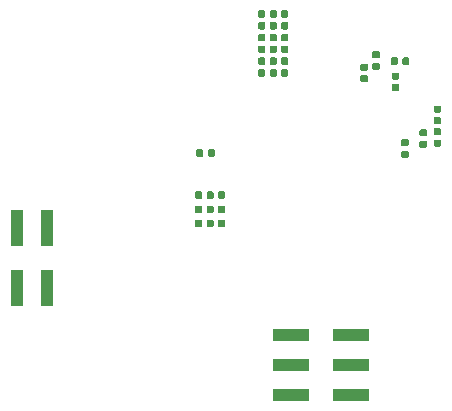
<source format=gbr>
G04 #@! TF.GenerationSoftware,KiCad,Pcbnew,5.1.4*
G04 #@! TF.CreationDate,2019-11-17T01:51:27+01:00*
G04 #@! TF.ProjectId,RevA,52657641-2e6b-4696-9361-645f70636258,rev?*
G04 #@! TF.SameCoordinates,Original*
G04 #@! TF.FileFunction,Paste,Bot*
G04 #@! TF.FilePolarity,Positive*
%FSLAX46Y46*%
G04 Gerber Fmt 4.6, Leading zero omitted, Abs format (unit mm)*
G04 Created by KiCad (PCBNEW 5.1.4) date 2019-11-17 01:51:27*
%MOMM*%
%LPD*%
G04 APERTURE LIST*
%ADD10C,0.100000*%
%ADD11C,0.590000*%
%ADD12R,1.000000X3.150000*%
%ADD13R,3.150000X1.000000*%
G04 APERTURE END LIST*
D10*
G36*
X131371958Y-80805710D02*
G01*
X131386276Y-80807834D01*
X131400317Y-80811351D01*
X131413946Y-80816228D01*
X131427031Y-80822417D01*
X131439447Y-80829858D01*
X131451073Y-80838481D01*
X131461798Y-80848202D01*
X131471519Y-80858927D01*
X131480142Y-80870553D01*
X131487583Y-80882969D01*
X131493772Y-80896054D01*
X131498649Y-80909683D01*
X131502166Y-80923724D01*
X131504290Y-80938042D01*
X131505000Y-80952500D01*
X131505000Y-81297500D01*
X131504290Y-81311958D01*
X131502166Y-81326276D01*
X131498649Y-81340317D01*
X131493772Y-81353946D01*
X131487583Y-81367031D01*
X131480142Y-81379447D01*
X131471519Y-81391073D01*
X131461798Y-81401798D01*
X131451073Y-81411519D01*
X131439447Y-81420142D01*
X131427031Y-81427583D01*
X131413946Y-81433772D01*
X131400317Y-81438649D01*
X131386276Y-81442166D01*
X131371958Y-81444290D01*
X131357500Y-81445000D01*
X131062500Y-81445000D01*
X131048042Y-81444290D01*
X131033724Y-81442166D01*
X131019683Y-81438649D01*
X131006054Y-81433772D01*
X130992969Y-81427583D01*
X130980553Y-81420142D01*
X130968927Y-81411519D01*
X130958202Y-81401798D01*
X130948481Y-81391073D01*
X130939858Y-81379447D01*
X130932417Y-81367031D01*
X130926228Y-81353946D01*
X130921351Y-81340317D01*
X130917834Y-81326276D01*
X130915710Y-81311958D01*
X130915000Y-81297500D01*
X130915000Y-80952500D01*
X130915710Y-80938042D01*
X130917834Y-80923724D01*
X130921351Y-80909683D01*
X130926228Y-80896054D01*
X130932417Y-80882969D01*
X130939858Y-80870553D01*
X130948481Y-80858927D01*
X130958202Y-80848202D01*
X130968927Y-80838481D01*
X130980553Y-80829858D01*
X130992969Y-80822417D01*
X131006054Y-80816228D01*
X131019683Y-80811351D01*
X131033724Y-80807834D01*
X131048042Y-80805710D01*
X131062500Y-80805000D01*
X131357500Y-80805000D01*
X131371958Y-80805710D01*
X131371958Y-80805710D01*
G37*
D11*
X131210000Y-81125000D03*
D10*
G36*
X130401958Y-80805710D02*
G01*
X130416276Y-80807834D01*
X130430317Y-80811351D01*
X130443946Y-80816228D01*
X130457031Y-80822417D01*
X130469447Y-80829858D01*
X130481073Y-80838481D01*
X130491798Y-80848202D01*
X130501519Y-80858927D01*
X130510142Y-80870553D01*
X130517583Y-80882969D01*
X130523772Y-80896054D01*
X130528649Y-80909683D01*
X130532166Y-80923724D01*
X130534290Y-80938042D01*
X130535000Y-80952500D01*
X130535000Y-81297500D01*
X130534290Y-81311958D01*
X130532166Y-81326276D01*
X130528649Y-81340317D01*
X130523772Y-81353946D01*
X130517583Y-81367031D01*
X130510142Y-81379447D01*
X130501519Y-81391073D01*
X130491798Y-81401798D01*
X130481073Y-81411519D01*
X130469447Y-81420142D01*
X130457031Y-81427583D01*
X130443946Y-81433772D01*
X130430317Y-81438649D01*
X130416276Y-81442166D01*
X130401958Y-81444290D01*
X130387500Y-81445000D01*
X130092500Y-81445000D01*
X130078042Y-81444290D01*
X130063724Y-81442166D01*
X130049683Y-81438649D01*
X130036054Y-81433772D01*
X130022969Y-81427583D01*
X130010553Y-81420142D01*
X129998927Y-81411519D01*
X129988202Y-81401798D01*
X129978481Y-81391073D01*
X129969858Y-81379447D01*
X129962417Y-81367031D01*
X129956228Y-81353946D01*
X129951351Y-81340317D01*
X129947834Y-81326276D01*
X129945710Y-81311958D01*
X129945000Y-81297500D01*
X129945000Y-80952500D01*
X129945710Y-80938042D01*
X129947834Y-80923724D01*
X129951351Y-80909683D01*
X129956228Y-80896054D01*
X129962417Y-80882969D01*
X129969858Y-80870553D01*
X129978481Y-80858927D01*
X129988202Y-80848202D01*
X129998927Y-80838481D01*
X130010553Y-80829858D01*
X130022969Y-80822417D01*
X130036054Y-80816228D01*
X130049683Y-80811351D01*
X130063724Y-80807834D01*
X130078042Y-80805710D01*
X130092500Y-80805000D01*
X130387500Y-80805000D01*
X130401958Y-80805710D01*
X130401958Y-80805710D01*
G37*
D11*
X130240000Y-81125000D03*
D10*
G36*
X132231958Y-86780710D02*
G01*
X132246276Y-86782834D01*
X132260317Y-86786351D01*
X132273946Y-86791228D01*
X132287031Y-86797417D01*
X132299447Y-86804858D01*
X132311073Y-86813481D01*
X132321798Y-86823202D01*
X132331519Y-86833927D01*
X132340142Y-86845553D01*
X132347583Y-86857969D01*
X132353772Y-86871054D01*
X132358649Y-86884683D01*
X132362166Y-86898724D01*
X132364290Y-86913042D01*
X132365000Y-86927500D01*
X132365000Y-87272500D01*
X132364290Y-87286958D01*
X132362166Y-87301276D01*
X132358649Y-87315317D01*
X132353772Y-87328946D01*
X132347583Y-87342031D01*
X132340142Y-87354447D01*
X132331519Y-87366073D01*
X132321798Y-87376798D01*
X132311073Y-87386519D01*
X132299447Y-87395142D01*
X132287031Y-87402583D01*
X132273946Y-87408772D01*
X132260317Y-87413649D01*
X132246276Y-87417166D01*
X132231958Y-87419290D01*
X132217500Y-87420000D01*
X131922500Y-87420000D01*
X131908042Y-87419290D01*
X131893724Y-87417166D01*
X131879683Y-87413649D01*
X131866054Y-87408772D01*
X131852969Y-87402583D01*
X131840553Y-87395142D01*
X131828927Y-87386519D01*
X131818202Y-87376798D01*
X131808481Y-87366073D01*
X131799858Y-87354447D01*
X131792417Y-87342031D01*
X131786228Y-87328946D01*
X131781351Y-87315317D01*
X131777834Y-87301276D01*
X131775710Y-87286958D01*
X131775000Y-87272500D01*
X131775000Y-86927500D01*
X131775710Y-86913042D01*
X131777834Y-86898724D01*
X131781351Y-86884683D01*
X131786228Y-86871054D01*
X131792417Y-86857969D01*
X131799858Y-86845553D01*
X131808481Y-86833927D01*
X131818202Y-86823202D01*
X131828927Y-86813481D01*
X131840553Y-86804858D01*
X131852969Y-86797417D01*
X131866054Y-86791228D01*
X131879683Y-86786351D01*
X131893724Y-86782834D01*
X131908042Y-86780710D01*
X131922500Y-86780000D01*
X132217500Y-86780000D01*
X132231958Y-86780710D01*
X132231958Y-86780710D01*
G37*
D11*
X132070000Y-87100000D03*
D10*
G36*
X131261958Y-86780710D02*
G01*
X131276276Y-86782834D01*
X131290317Y-86786351D01*
X131303946Y-86791228D01*
X131317031Y-86797417D01*
X131329447Y-86804858D01*
X131341073Y-86813481D01*
X131351798Y-86823202D01*
X131361519Y-86833927D01*
X131370142Y-86845553D01*
X131377583Y-86857969D01*
X131383772Y-86871054D01*
X131388649Y-86884683D01*
X131392166Y-86898724D01*
X131394290Y-86913042D01*
X131395000Y-86927500D01*
X131395000Y-87272500D01*
X131394290Y-87286958D01*
X131392166Y-87301276D01*
X131388649Y-87315317D01*
X131383772Y-87328946D01*
X131377583Y-87342031D01*
X131370142Y-87354447D01*
X131361519Y-87366073D01*
X131351798Y-87376798D01*
X131341073Y-87386519D01*
X131329447Y-87395142D01*
X131317031Y-87402583D01*
X131303946Y-87408772D01*
X131290317Y-87413649D01*
X131276276Y-87417166D01*
X131261958Y-87419290D01*
X131247500Y-87420000D01*
X130952500Y-87420000D01*
X130938042Y-87419290D01*
X130923724Y-87417166D01*
X130909683Y-87413649D01*
X130896054Y-87408772D01*
X130882969Y-87402583D01*
X130870553Y-87395142D01*
X130858927Y-87386519D01*
X130848202Y-87376798D01*
X130838481Y-87366073D01*
X130829858Y-87354447D01*
X130822417Y-87342031D01*
X130816228Y-87328946D01*
X130811351Y-87315317D01*
X130807834Y-87301276D01*
X130805710Y-87286958D01*
X130805000Y-87272500D01*
X130805000Y-86927500D01*
X130805710Y-86913042D01*
X130807834Y-86898724D01*
X130811351Y-86884683D01*
X130816228Y-86871054D01*
X130822417Y-86857969D01*
X130829858Y-86845553D01*
X130838481Y-86833927D01*
X130848202Y-86823202D01*
X130858927Y-86813481D01*
X130870553Y-86804858D01*
X130882969Y-86797417D01*
X130896054Y-86791228D01*
X130909683Y-86786351D01*
X130923724Y-86782834D01*
X130938042Y-86780710D01*
X130952500Y-86780000D01*
X131247500Y-86780000D01*
X131261958Y-86780710D01*
X131261958Y-86780710D01*
G37*
D11*
X131100000Y-87100000D03*
D10*
G36*
X130291958Y-86780710D02*
G01*
X130306276Y-86782834D01*
X130320317Y-86786351D01*
X130333946Y-86791228D01*
X130347031Y-86797417D01*
X130359447Y-86804858D01*
X130371073Y-86813481D01*
X130381798Y-86823202D01*
X130391519Y-86833927D01*
X130400142Y-86845553D01*
X130407583Y-86857969D01*
X130413772Y-86871054D01*
X130418649Y-86884683D01*
X130422166Y-86898724D01*
X130424290Y-86913042D01*
X130425000Y-86927500D01*
X130425000Y-87272500D01*
X130424290Y-87286958D01*
X130422166Y-87301276D01*
X130418649Y-87315317D01*
X130413772Y-87328946D01*
X130407583Y-87342031D01*
X130400142Y-87354447D01*
X130391519Y-87366073D01*
X130381798Y-87376798D01*
X130371073Y-87386519D01*
X130359447Y-87395142D01*
X130347031Y-87402583D01*
X130333946Y-87408772D01*
X130320317Y-87413649D01*
X130306276Y-87417166D01*
X130291958Y-87419290D01*
X130277500Y-87420000D01*
X129982500Y-87420000D01*
X129968042Y-87419290D01*
X129953724Y-87417166D01*
X129939683Y-87413649D01*
X129926054Y-87408772D01*
X129912969Y-87402583D01*
X129900553Y-87395142D01*
X129888927Y-87386519D01*
X129878202Y-87376798D01*
X129868481Y-87366073D01*
X129859858Y-87354447D01*
X129852417Y-87342031D01*
X129846228Y-87328946D01*
X129841351Y-87315317D01*
X129837834Y-87301276D01*
X129835710Y-87286958D01*
X129835000Y-87272500D01*
X129835000Y-86927500D01*
X129835710Y-86913042D01*
X129837834Y-86898724D01*
X129841351Y-86884683D01*
X129846228Y-86871054D01*
X129852417Y-86857969D01*
X129859858Y-86845553D01*
X129868481Y-86833927D01*
X129878202Y-86823202D01*
X129888927Y-86813481D01*
X129900553Y-86804858D01*
X129912969Y-86797417D01*
X129926054Y-86791228D01*
X129939683Y-86786351D01*
X129953724Y-86782834D01*
X129968042Y-86780710D01*
X129982500Y-86780000D01*
X130277500Y-86780000D01*
X130291958Y-86780710D01*
X130291958Y-86780710D01*
G37*
D11*
X130130000Y-87100000D03*
D10*
G36*
X132231958Y-85580710D02*
G01*
X132246276Y-85582834D01*
X132260317Y-85586351D01*
X132273946Y-85591228D01*
X132287031Y-85597417D01*
X132299447Y-85604858D01*
X132311073Y-85613481D01*
X132321798Y-85623202D01*
X132331519Y-85633927D01*
X132340142Y-85645553D01*
X132347583Y-85657969D01*
X132353772Y-85671054D01*
X132358649Y-85684683D01*
X132362166Y-85698724D01*
X132364290Y-85713042D01*
X132365000Y-85727500D01*
X132365000Y-86072500D01*
X132364290Y-86086958D01*
X132362166Y-86101276D01*
X132358649Y-86115317D01*
X132353772Y-86128946D01*
X132347583Y-86142031D01*
X132340142Y-86154447D01*
X132331519Y-86166073D01*
X132321798Y-86176798D01*
X132311073Y-86186519D01*
X132299447Y-86195142D01*
X132287031Y-86202583D01*
X132273946Y-86208772D01*
X132260317Y-86213649D01*
X132246276Y-86217166D01*
X132231958Y-86219290D01*
X132217500Y-86220000D01*
X131922500Y-86220000D01*
X131908042Y-86219290D01*
X131893724Y-86217166D01*
X131879683Y-86213649D01*
X131866054Y-86208772D01*
X131852969Y-86202583D01*
X131840553Y-86195142D01*
X131828927Y-86186519D01*
X131818202Y-86176798D01*
X131808481Y-86166073D01*
X131799858Y-86154447D01*
X131792417Y-86142031D01*
X131786228Y-86128946D01*
X131781351Y-86115317D01*
X131777834Y-86101276D01*
X131775710Y-86086958D01*
X131775000Y-86072500D01*
X131775000Y-85727500D01*
X131775710Y-85713042D01*
X131777834Y-85698724D01*
X131781351Y-85684683D01*
X131786228Y-85671054D01*
X131792417Y-85657969D01*
X131799858Y-85645553D01*
X131808481Y-85633927D01*
X131818202Y-85623202D01*
X131828927Y-85613481D01*
X131840553Y-85604858D01*
X131852969Y-85597417D01*
X131866054Y-85591228D01*
X131879683Y-85586351D01*
X131893724Y-85582834D01*
X131908042Y-85580710D01*
X131922500Y-85580000D01*
X132217500Y-85580000D01*
X132231958Y-85580710D01*
X132231958Y-85580710D01*
G37*
D11*
X132070000Y-85900000D03*
D10*
G36*
X131261958Y-85580710D02*
G01*
X131276276Y-85582834D01*
X131290317Y-85586351D01*
X131303946Y-85591228D01*
X131317031Y-85597417D01*
X131329447Y-85604858D01*
X131341073Y-85613481D01*
X131351798Y-85623202D01*
X131361519Y-85633927D01*
X131370142Y-85645553D01*
X131377583Y-85657969D01*
X131383772Y-85671054D01*
X131388649Y-85684683D01*
X131392166Y-85698724D01*
X131394290Y-85713042D01*
X131395000Y-85727500D01*
X131395000Y-86072500D01*
X131394290Y-86086958D01*
X131392166Y-86101276D01*
X131388649Y-86115317D01*
X131383772Y-86128946D01*
X131377583Y-86142031D01*
X131370142Y-86154447D01*
X131361519Y-86166073D01*
X131351798Y-86176798D01*
X131341073Y-86186519D01*
X131329447Y-86195142D01*
X131317031Y-86202583D01*
X131303946Y-86208772D01*
X131290317Y-86213649D01*
X131276276Y-86217166D01*
X131261958Y-86219290D01*
X131247500Y-86220000D01*
X130952500Y-86220000D01*
X130938042Y-86219290D01*
X130923724Y-86217166D01*
X130909683Y-86213649D01*
X130896054Y-86208772D01*
X130882969Y-86202583D01*
X130870553Y-86195142D01*
X130858927Y-86186519D01*
X130848202Y-86176798D01*
X130838481Y-86166073D01*
X130829858Y-86154447D01*
X130822417Y-86142031D01*
X130816228Y-86128946D01*
X130811351Y-86115317D01*
X130807834Y-86101276D01*
X130805710Y-86086958D01*
X130805000Y-86072500D01*
X130805000Y-85727500D01*
X130805710Y-85713042D01*
X130807834Y-85698724D01*
X130811351Y-85684683D01*
X130816228Y-85671054D01*
X130822417Y-85657969D01*
X130829858Y-85645553D01*
X130838481Y-85633927D01*
X130848202Y-85623202D01*
X130858927Y-85613481D01*
X130870553Y-85604858D01*
X130882969Y-85597417D01*
X130896054Y-85591228D01*
X130909683Y-85586351D01*
X130923724Y-85582834D01*
X130938042Y-85580710D01*
X130952500Y-85580000D01*
X131247500Y-85580000D01*
X131261958Y-85580710D01*
X131261958Y-85580710D01*
G37*
D11*
X131100000Y-85900000D03*
D10*
G36*
X130291958Y-85580710D02*
G01*
X130306276Y-85582834D01*
X130320317Y-85586351D01*
X130333946Y-85591228D01*
X130347031Y-85597417D01*
X130359447Y-85604858D01*
X130371073Y-85613481D01*
X130381798Y-85623202D01*
X130391519Y-85633927D01*
X130400142Y-85645553D01*
X130407583Y-85657969D01*
X130413772Y-85671054D01*
X130418649Y-85684683D01*
X130422166Y-85698724D01*
X130424290Y-85713042D01*
X130425000Y-85727500D01*
X130425000Y-86072500D01*
X130424290Y-86086958D01*
X130422166Y-86101276D01*
X130418649Y-86115317D01*
X130413772Y-86128946D01*
X130407583Y-86142031D01*
X130400142Y-86154447D01*
X130391519Y-86166073D01*
X130381798Y-86176798D01*
X130371073Y-86186519D01*
X130359447Y-86195142D01*
X130347031Y-86202583D01*
X130333946Y-86208772D01*
X130320317Y-86213649D01*
X130306276Y-86217166D01*
X130291958Y-86219290D01*
X130277500Y-86220000D01*
X129982500Y-86220000D01*
X129968042Y-86219290D01*
X129953724Y-86217166D01*
X129939683Y-86213649D01*
X129926054Y-86208772D01*
X129912969Y-86202583D01*
X129900553Y-86195142D01*
X129888927Y-86186519D01*
X129878202Y-86176798D01*
X129868481Y-86166073D01*
X129859858Y-86154447D01*
X129852417Y-86142031D01*
X129846228Y-86128946D01*
X129841351Y-86115317D01*
X129837834Y-86101276D01*
X129835710Y-86086958D01*
X129835000Y-86072500D01*
X129835000Y-85727500D01*
X129835710Y-85713042D01*
X129837834Y-85698724D01*
X129841351Y-85684683D01*
X129846228Y-85671054D01*
X129852417Y-85657969D01*
X129859858Y-85645553D01*
X129868481Y-85633927D01*
X129878202Y-85623202D01*
X129888927Y-85613481D01*
X129900553Y-85604858D01*
X129912969Y-85597417D01*
X129926054Y-85591228D01*
X129939683Y-85586351D01*
X129953724Y-85582834D01*
X129968042Y-85580710D01*
X129982500Y-85580000D01*
X130277500Y-85580000D01*
X130291958Y-85580710D01*
X130291958Y-85580710D01*
G37*
D11*
X130130000Y-85900000D03*
D10*
G36*
X132231958Y-84380710D02*
G01*
X132246276Y-84382834D01*
X132260317Y-84386351D01*
X132273946Y-84391228D01*
X132287031Y-84397417D01*
X132299447Y-84404858D01*
X132311073Y-84413481D01*
X132321798Y-84423202D01*
X132331519Y-84433927D01*
X132340142Y-84445553D01*
X132347583Y-84457969D01*
X132353772Y-84471054D01*
X132358649Y-84484683D01*
X132362166Y-84498724D01*
X132364290Y-84513042D01*
X132365000Y-84527500D01*
X132365000Y-84872500D01*
X132364290Y-84886958D01*
X132362166Y-84901276D01*
X132358649Y-84915317D01*
X132353772Y-84928946D01*
X132347583Y-84942031D01*
X132340142Y-84954447D01*
X132331519Y-84966073D01*
X132321798Y-84976798D01*
X132311073Y-84986519D01*
X132299447Y-84995142D01*
X132287031Y-85002583D01*
X132273946Y-85008772D01*
X132260317Y-85013649D01*
X132246276Y-85017166D01*
X132231958Y-85019290D01*
X132217500Y-85020000D01*
X131922500Y-85020000D01*
X131908042Y-85019290D01*
X131893724Y-85017166D01*
X131879683Y-85013649D01*
X131866054Y-85008772D01*
X131852969Y-85002583D01*
X131840553Y-84995142D01*
X131828927Y-84986519D01*
X131818202Y-84976798D01*
X131808481Y-84966073D01*
X131799858Y-84954447D01*
X131792417Y-84942031D01*
X131786228Y-84928946D01*
X131781351Y-84915317D01*
X131777834Y-84901276D01*
X131775710Y-84886958D01*
X131775000Y-84872500D01*
X131775000Y-84527500D01*
X131775710Y-84513042D01*
X131777834Y-84498724D01*
X131781351Y-84484683D01*
X131786228Y-84471054D01*
X131792417Y-84457969D01*
X131799858Y-84445553D01*
X131808481Y-84433927D01*
X131818202Y-84423202D01*
X131828927Y-84413481D01*
X131840553Y-84404858D01*
X131852969Y-84397417D01*
X131866054Y-84391228D01*
X131879683Y-84386351D01*
X131893724Y-84382834D01*
X131908042Y-84380710D01*
X131922500Y-84380000D01*
X132217500Y-84380000D01*
X132231958Y-84380710D01*
X132231958Y-84380710D01*
G37*
D11*
X132070000Y-84700000D03*
D10*
G36*
X131261958Y-84380710D02*
G01*
X131276276Y-84382834D01*
X131290317Y-84386351D01*
X131303946Y-84391228D01*
X131317031Y-84397417D01*
X131329447Y-84404858D01*
X131341073Y-84413481D01*
X131351798Y-84423202D01*
X131361519Y-84433927D01*
X131370142Y-84445553D01*
X131377583Y-84457969D01*
X131383772Y-84471054D01*
X131388649Y-84484683D01*
X131392166Y-84498724D01*
X131394290Y-84513042D01*
X131395000Y-84527500D01*
X131395000Y-84872500D01*
X131394290Y-84886958D01*
X131392166Y-84901276D01*
X131388649Y-84915317D01*
X131383772Y-84928946D01*
X131377583Y-84942031D01*
X131370142Y-84954447D01*
X131361519Y-84966073D01*
X131351798Y-84976798D01*
X131341073Y-84986519D01*
X131329447Y-84995142D01*
X131317031Y-85002583D01*
X131303946Y-85008772D01*
X131290317Y-85013649D01*
X131276276Y-85017166D01*
X131261958Y-85019290D01*
X131247500Y-85020000D01*
X130952500Y-85020000D01*
X130938042Y-85019290D01*
X130923724Y-85017166D01*
X130909683Y-85013649D01*
X130896054Y-85008772D01*
X130882969Y-85002583D01*
X130870553Y-84995142D01*
X130858927Y-84986519D01*
X130848202Y-84976798D01*
X130838481Y-84966073D01*
X130829858Y-84954447D01*
X130822417Y-84942031D01*
X130816228Y-84928946D01*
X130811351Y-84915317D01*
X130807834Y-84901276D01*
X130805710Y-84886958D01*
X130805000Y-84872500D01*
X130805000Y-84527500D01*
X130805710Y-84513042D01*
X130807834Y-84498724D01*
X130811351Y-84484683D01*
X130816228Y-84471054D01*
X130822417Y-84457969D01*
X130829858Y-84445553D01*
X130838481Y-84433927D01*
X130848202Y-84423202D01*
X130858927Y-84413481D01*
X130870553Y-84404858D01*
X130882969Y-84397417D01*
X130896054Y-84391228D01*
X130909683Y-84386351D01*
X130923724Y-84382834D01*
X130938042Y-84380710D01*
X130952500Y-84380000D01*
X131247500Y-84380000D01*
X131261958Y-84380710D01*
X131261958Y-84380710D01*
G37*
D11*
X131100000Y-84700000D03*
D10*
G36*
X130291958Y-84380710D02*
G01*
X130306276Y-84382834D01*
X130320317Y-84386351D01*
X130333946Y-84391228D01*
X130347031Y-84397417D01*
X130359447Y-84404858D01*
X130371073Y-84413481D01*
X130381798Y-84423202D01*
X130391519Y-84433927D01*
X130400142Y-84445553D01*
X130407583Y-84457969D01*
X130413772Y-84471054D01*
X130418649Y-84484683D01*
X130422166Y-84498724D01*
X130424290Y-84513042D01*
X130425000Y-84527500D01*
X130425000Y-84872500D01*
X130424290Y-84886958D01*
X130422166Y-84901276D01*
X130418649Y-84915317D01*
X130413772Y-84928946D01*
X130407583Y-84942031D01*
X130400142Y-84954447D01*
X130391519Y-84966073D01*
X130381798Y-84976798D01*
X130371073Y-84986519D01*
X130359447Y-84995142D01*
X130347031Y-85002583D01*
X130333946Y-85008772D01*
X130320317Y-85013649D01*
X130306276Y-85017166D01*
X130291958Y-85019290D01*
X130277500Y-85020000D01*
X129982500Y-85020000D01*
X129968042Y-85019290D01*
X129953724Y-85017166D01*
X129939683Y-85013649D01*
X129926054Y-85008772D01*
X129912969Y-85002583D01*
X129900553Y-84995142D01*
X129888927Y-84986519D01*
X129878202Y-84976798D01*
X129868481Y-84966073D01*
X129859858Y-84954447D01*
X129852417Y-84942031D01*
X129846228Y-84928946D01*
X129841351Y-84915317D01*
X129837834Y-84901276D01*
X129835710Y-84886958D01*
X129835000Y-84872500D01*
X129835000Y-84527500D01*
X129835710Y-84513042D01*
X129837834Y-84498724D01*
X129841351Y-84484683D01*
X129846228Y-84471054D01*
X129852417Y-84457969D01*
X129859858Y-84445553D01*
X129868481Y-84433927D01*
X129878202Y-84423202D01*
X129888927Y-84413481D01*
X129900553Y-84404858D01*
X129912969Y-84397417D01*
X129926054Y-84391228D01*
X129939683Y-84386351D01*
X129953724Y-84382834D01*
X129968042Y-84380710D01*
X129982500Y-84380000D01*
X130277500Y-84380000D01*
X130291958Y-84380710D01*
X130291958Y-84380710D01*
G37*
D11*
X130130000Y-84700000D03*
D10*
G36*
X150536958Y-79020710D02*
G01*
X150551276Y-79022834D01*
X150565317Y-79026351D01*
X150578946Y-79031228D01*
X150592031Y-79037417D01*
X150604447Y-79044858D01*
X150616073Y-79053481D01*
X150626798Y-79063202D01*
X150636519Y-79073927D01*
X150645142Y-79085553D01*
X150652583Y-79097969D01*
X150658772Y-79111054D01*
X150663649Y-79124683D01*
X150667166Y-79138724D01*
X150669290Y-79153042D01*
X150670000Y-79167500D01*
X150670000Y-79462500D01*
X150669290Y-79476958D01*
X150667166Y-79491276D01*
X150663649Y-79505317D01*
X150658772Y-79518946D01*
X150652583Y-79532031D01*
X150645142Y-79544447D01*
X150636519Y-79556073D01*
X150626798Y-79566798D01*
X150616073Y-79576519D01*
X150604447Y-79585142D01*
X150592031Y-79592583D01*
X150578946Y-79598772D01*
X150565317Y-79603649D01*
X150551276Y-79607166D01*
X150536958Y-79609290D01*
X150522500Y-79610000D01*
X150177500Y-79610000D01*
X150163042Y-79609290D01*
X150148724Y-79607166D01*
X150134683Y-79603649D01*
X150121054Y-79598772D01*
X150107969Y-79592583D01*
X150095553Y-79585142D01*
X150083927Y-79576519D01*
X150073202Y-79566798D01*
X150063481Y-79556073D01*
X150054858Y-79544447D01*
X150047417Y-79532031D01*
X150041228Y-79518946D01*
X150036351Y-79505317D01*
X150032834Y-79491276D01*
X150030710Y-79476958D01*
X150030000Y-79462500D01*
X150030000Y-79167500D01*
X150030710Y-79153042D01*
X150032834Y-79138724D01*
X150036351Y-79124683D01*
X150041228Y-79111054D01*
X150047417Y-79097969D01*
X150054858Y-79085553D01*
X150063481Y-79073927D01*
X150073202Y-79063202D01*
X150083927Y-79053481D01*
X150095553Y-79044858D01*
X150107969Y-79037417D01*
X150121054Y-79031228D01*
X150134683Y-79026351D01*
X150148724Y-79022834D01*
X150163042Y-79020710D01*
X150177500Y-79020000D01*
X150522500Y-79020000D01*
X150536958Y-79020710D01*
X150536958Y-79020710D01*
G37*
D11*
X150350000Y-79315000D03*
D10*
G36*
X150536958Y-79990710D02*
G01*
X150551276Y-79992834D01*
X150565317Y-79996351D01*
X150578946Y-80001228D01*
X150592031Y-80007417D01*
X150604447Y-80014858D01*
X150616073Y-80023481D01*
X150626798Y-80033202D01*
X150636519Y-80043927D01*
X150645142Y-80055553D01*
X150652583Y-80067969D01*
X150658772Y-80081054D01*
X150663649Y-80094683D01*
X150667166Y-80108724D01*
X150669290Y-80123042D01*
X150670000Y-80137500D01*
X150670000Y-80432500D01*
X150669290Y-80446958D01*
X150667166Y-80461276D01*
X150663649Y-80475317D01*
X150658772Y-80488946D01*
X150652583Y-80502031D01*
X150645142Y-80514447D01*
X150636519Y-80526073D01*
X150626798Y-80536798D01*
X150616073Y-80546519D01*
X150604447Y-80555142D01*
X150592031Y-80562583D01*
X150578946Y-80568772D01*
X150565317Y-80573649D01*
X150551276Y-80577166D01*
X150536958Y-80579290D01*
X150522500Y-80580000D01*
X150177500Y-80580000D01*
X150163042Y-80579290D01*
X150148724Y-80577166D01*
X150134683Y-80573649D01*
X150121054Y-80568772D01*
X150107969Y-80562583D01*
X150095553Y-80555142D01*
X150083927Y-80546519D01*
X150073202Y-80536798D01*
X150063481Y-80526073D01*
X150054858Y-80514447D01*
X150047417Y-80502031D01*
X150041228Y-80488946D01*
X150036351Y-80475317D01*
X150032834Y-80461276D01*
X150030710Y-80446958D01*
X150030000Y-80432500D01*
X150030000Y-80137500D01*
X150030710Y-80123042D01*
X150032834Y-80108724D01*
X150036351Y-80094683D01*
X150041228Y-80081054D01*
X150047417Y-80067969D01*
X150054858Y-80055553D01*
X150063481Y-80043927D01*
X150073202Y-80033202D01*
X150083927Y-80023481D01*
X150095553Y-80014858D01*
X150107969Y-80007417D01*
X150121054Y-80001228D01*
X150134683Y-79996351D01*
X150148724Y-79992834D01*
X150163042Y-79990710D01*
X150177500Y-79990000D01*
X150522500Y-79990000D01*
X150536958Y-79990710D01*
X150536958Y-79990710D01*
G37*
D11*
X150350000Y-80285000D03*
D10*
G36*
X145336958Y-73490710D02*
G01*
X145351276Y-73492834D01*
X145365317Y-73496351D01*
X145378946Y-73501228D01*
X145392031Y-73507417D01*
X145404447Y-73514858D01*
X145416073Y-73523481D01*
X145426798Y-73533202D01*
X145436519Y-73543927D01*
X145445142Y-73555553D01*
X145452583Y-73567969D01*
X145458772Y-73581054D01*
X145463649Y-73594683D01*
X145467166Y-73608724D01*
X145469290Y-73623042D01*
X145470000Y-73637500D01*
X145470000Y-73932500D01*
X145469290Y-73946958D01*
X145467166Y-73961276D01*
X145463649Y-73975317D01*
X145458772Y-73988946D01*
X145452583Y-74002031D01*
X145445142Y-74014447D01*
X145436519Y-74026073D01*
X145426798Y-74036798D01*
X145416073Y-74046519D01*
X145404447Y-74055142D01*
X145392031Y-74062583D01*
X145378946Y-74068772D01*
X145365317Y-74073649D01*
X145351276Y-74077166D01*
X145336958Y-74079290D01*
X145322500Y-74080000D01*
X144977500Y-74080000D01*
X144963042Y-74079290D01*
X144948724Y-74077166D01*
X144934683Y-74073649D01*
X144921054Y-74068772D01*
X144907969Y-74062583D01*
X144895553Y-74055142D01*
X144883927Y-74046519D01*
X144873202Y-74036798D01*
X144863481Y-74026073D01*
X144854858Y-74014447D01*
X144847417Y-74002031D01*
X144841228Y-73988946D01*
X144836351Y-73975317D01*
X144832834Y-73961276D01*
X144830710Y-73946958D01*
X144830000Y-73932500D01*
X144830000Y-73637500D01*
X144830710Y-73623042D01*
X144832834Y-73608724D01*
X144836351Y-73594683D01*
X144841228Y-73581054D01*
X144847417Y-73567969D01*
X144854858Y-73555553D01*
X144863481Y-73543927D01*
X144873202Y-73533202D01*
X144883927Y-73523481D01*
X144895553Y-73514858D01*
X144907969Y-73507417D01*
X144921054Y-73501228D01*
X144934683Y-73496351D01*
X144948724Y-73492834D01*
X144963042Y-73490710D01*
X144977500Y-73490000D01*
X145322500Y-73490000D01*
X145336958Y-73490710D01*
X145336958Y-73490710D01*
G37*
D11*
X145150000Y-73785000D03*
D10*
G36*
X145336958Y-72520710D02*
G01*
X145351276Y-72522834D01*
X145365317Y-72526351D01*
X145378946Y-72531228D01*
X145392031Y-72537417D01*
X145404447Y-72544858D01*
X145416073Y-72553481D01*
X145426798Y-72563202D01*
X145436519Y-72573927D01*
X145445142Y-72585553D01*
X145452583Y-72597969D01*
X145458772Y-72611054D01*
X145463649Y-72624683D01*
X145467166Y-72638724D01*
X145469290Y-72653042D01*
X145470000Y-72667500D01*
X145470000Y-72962500D01*
X145469290Y-72976958D01*
X145467166Y-72991276D01*
X145463649Y-73005317D01*
X145458772Y-73018946D01*
X145452583Y-73032031D01*
X145445142Y-73044447D01*
X145436519Y-73056073D01*
X145426798Y-73066798D01*
X145416073Y-73076519D01*
X145404447Y-73085142D01*
X145392031Y-73092583D01*
X145378946Y-73098772D01*
X145365317Y-73103649D01*
X145351276Y-73107166D01*
X145336958Y-73109290D01*
X145322500Y-73110000D01*
X144977500Y-73110000D01*
X144963042Y-73109290D01*
X144948724Y-73107166D01*
X144934683Y-73103649D01*
X144921054Y-73098772D01*
X144907969Y-73092583D01*
X144895553Y-73085142D01*
X144883927Y-73076519D01*
X144873202Y-73066798D01*
X144863481Y-73056073D01*
X144854858Y-73044447D01*
X144847417Y-73032031D01*
X144841228Y-73018946D01*
X144836351Y-73005317D01*
X144832834Y-72991276D01*
X144830710Y-72976958D01*
X144830000Y-72962500D01*
X144830000Y-72667500D01*
X144830710Y-72653042D01*
X144832834Y-72638724D01*
X144836351Y-72624683D01*
X144841228Y-72611054D01*
X144847417Y-72597969D01*
X144854858Y-72585553D01*
X144863481Y-72573927D01*
X144873202Y-72563202D01*
X144883927Y-72553481D01*
X144895553Y-72544858D01*
X144907969Y-72537417D01*
X144921054Y-72531228D01*
X144934683Y-72526351D01*
X144948724Y-72522834D01*
X144963042Y-72520710D01*
X144977500Y-72520000D01*
X145322500Y-72520000D01*
X145336958Y-72520710D01*
X145336958Y-72520710D01*
G37*
D11*
X145150000Y-72815000D03*
D10*
G36*
X150536958Y-78090710D02*
G01*
X150551276Y-78092834D01*
X150565317Y-78096351D01*
X150578946Y-78101228D01*
X150592031Y-78107417D01*
X150604447Y-78114858D01*
X150616073Y-78123481D01*
X150626798Y-78133202D01*
X150636519Y-78143927D01*
X150645142Y-78155553D01*
X150652583Y-78167969D01*
X150658772Y-78181054D01*
X150663649Y-78194683D01*
X150667166Y-78208724D01*
X150669290Y-78223042D01*
X150670000Y-78237500D01*
X150670000Y-78532500D01*
X150669290Y-78546958D01*
X150667166Y-78561276D01*
X150663649Y-78575317D01*
X150658772Y-78588946D01*
X150652583Y-78602031D01*
X150645142Y-78614447D01*
X150636519Y-78626073D01*
X150626798Y-78636798D01*
X150616073Y-78646519D01*
X150604447Y-78655142D01*
X150592031Y-78662583D01*
X150578946Y-78668772D01*
X150565317Y-78673649D01*
X150551276Y-78677166D01*
X150536958Y-78679290D01*
X150522500Y-78680000D01*
X150177500Y-78680000D01*
X150163042Y-78679290D01*
X150148724Y-78677166D01*
X150134683Y-78673649D01*
X150121054Y-78668772D01*
X150107969Y-78662583D01*
X150095553Y-78655142D01*
X150083927Y-78646519D01*
X150073202Y-78636798D01*
X150063481Y-78626073D01*
X150054858Y-78614447D01*
X150047417Y-78602031D01*
X150041228Y-78588946D01*
X150036351Y-78575317D01*
X150032834Y-78561276D01*
X150030710Y-78546958D01*
X150030000Y-78532500D01*
X150030000Y-78237500D01*
X150030710Y-78223042D01*
X150032834Y-78208724D01*
X150036351Y-78194683D01*
X150041228Y-78181054D01*
X150047417Y-78167969D01*
X150054858Y-78155553D01*
X150063481Y-78143927D01*
X150073202Y-78133202D01*
X150083927Y-78123481D01*
X150095553Y-78114858D01*
X150107969Y-78107417D01*
X150121054Y-78101228D01*
X150134683Y-78096351D01*
X150148724Y-78092834D01*
X150163042Y-78090710D01*
X150177500Y-78090000D01*
X150522500Y-78090000D01*
X150536958Y-78090710D01*
X150536958Y-78090710D01*
G37*
D11*
X150350000Y-78385000D03*
D10*
G36*
X150536958Y-77120710D02*
G01*
X150551276Y-77122834D01*
X150565317Y-77126351D01*
X150578946Y-77131228D01*
X150592031Y-77137417D01*
X150604447Y-77144858D01*
X150616073Y-77153481D01*
X150626798Y-77163202D01*
X150636519Y-77173927D01*
X150645142Y-77185553D01*
X150652583Y-77197969D01*
X150658772Y-77211054D01*
X150663649Y-77224683D01*
X150667166Y-77238724D01*
X150669290Y-77253042D01*
X150670000Y-77267500D01*
X150670000Y-77562500D01*
X150669290Y-77576958D01*
X150667166Y-77591276D01*
X150663649Y-77605317D01*
X150658772Y-77618946D01*
X150652583Y-77632031D01*
X150645142Y-77644447D01*
X150636519Y-77656073D01*
X150626798Y-77666798D01*
X150616073Y-77676519D01*
X150604447Y-77685142D01*
X150592031Y-77692583D01*
X150578946Y-77698772D01*
X150565317Y-77703649D01*
X150551276Y-77707166D01*
X150536958Y-77709290D01*
X150522500Y-77710000D01*
X150177500Y-77710000D01*
X150163042Y-77709290D01*
X150148724Y-77707166D01*
X150134683Y-77703649D01*
X150121054Y-77698772D01*
X150107969Y-77692583D01*
X150095553Y-77685142D01*
X150083927Y-77676519D01*
X150073202Y-77666798D01*
X150063481Y-77656073D01*
X150054858Y-77644447D01*
X150047417Y-77632031D01*
X150041228Y-77618946D01*
X150036351Y-77605317D01*
X150032834Y-77591276D01*
X150030710Y-77576958D01*
X150030000Y-77562500D01*
X150030000Y-77267500D01*
X150030710Y-77253042D01*
X150032834Y-77238724D01*
X150036351Y-77224683D01*
X150041228Y-77211054D01*
X150047417Y-77197969D01*
X150054858Y-77185553D01*
X150063481Y-77173927D01*
X150073202Y-77163202D01*
X150083927Y-77153481D01*
X150095553Y-77144858D01*
X150107969Y-77137417D01*
X150121054Y-77131228D01*
X150134683Y-77126351D01*
X150148724Y-77122834D01*
X150163042Y-77120710D01*
X150177500Y-77120000D01*
X150522500Y-77120000D01*
X150536958Y-77120710D01*
X150536958Y-77120710D01*
G37*
D11*
X150350000Y-77415000D03*
D10*
G36*
X146986958Y-74320710D02*
G01*
X147001276Y-74322834D01*
X147015317Y-74326351D01*
X147028946Y-74331228D01*
X147042031Y-74337417D01*
X147054447Y-74344858D01*
X147066073Y-74353481D01*
X147076798Y-74363202D01*
X147086519Y-74373927D01*
X147095142Y-74385553D01*
X147102583Y-74397969D01*
X147108772Y-74411054D01*
X147113649Y-74424683D01*
X147117166Y-74438724D01*
X147119290Y-74453042D01*
X147120000Y-74467500D01*
X147120000Y-74762500D01*
X147119290Y-74776958D01*
X147117166Y-74791276D01*
X147113649Y-74805317D01*
X147108772Y-74818946D01*
X147102583Y-74832031D01*
X147095142Y-74844447D01*
X147086519Y-74856073D01*
X147076798Y-74866798D01*
X147066073Y-74876519D01*
X147054447Y-74885142D01*
X147042031Y-74892583D01*
X147028946Y-74898772D01*
X147015317Y-74903649D01*
X147001276Y-74907166D01*
X146986958Y-74909290D01*
X146972500Y-74910000D01*
X146627500Y-74910000D01*
X146613042Y-74909290D01*
X146598724Y-74907166D01*
X146584683Y-74903649D01*
X146571054Y-74898772D01*
X146557969Y-74892583D01*
X146545553Y-74885142D01*
X146533927Y-74876519D01*
X146523202Y-74866798D01*
X146513481Y-74856073D01*
X146504858Y-74844447D01*
X146497417Y-74832031D01*
X146491228Y-74818946D01*
X146486351Y-74805317D01*
X146482834Y-74791276D01*
X146480710Y-74776958D01*
X146480000Y-74762500D01*
X146480000Y-74467500D01*
X146480710Y-74453042D01*
X146482834Y-74438724D01*
X146486351Y-74424683D01*
X146491228Y-74411054D01*
X146497417Y-74397969D01*
X146504858Y-74385553D01*
X146513481Y-74373927D01*
X146523202Y-74363202D01*
X146533927Y-74353481D01*
X146545553Y-74344858D01*
X146557969Y-74337417D01*
X146571054Y-74331228D01*
X146584683Y-74326351D01*
X146598724Y-74322834D01*
X146613042Y-74320710D01*
X146627500Y-74320000D01*
X146972500Y-74320000D01*
X146986958Y-74320710D01*
X146986958Y-74320710D01*
G37*
D11*
X146800000Y-74615000D03*
D10*
G36*
X146986958Y-75290710D02*
G01*
X147001276Y-75292834D01*
X147015317Y-75296351D01*
X147028946Y-75301228D01*
X147042031Y-75307417D01*
X147054447Y-75314858D01*
X147066073Y-75323481D01*
X147076798Y-75333202D01*
X147086519Y-75343927D01*
X147095142Y-75355553D01*
X147102583Y-75367969D01*
X147108772Y-75381054D01*
X147113649Y-75394683D01*
X147117166Y-75408724D01*
X147119290Y-75423042D01*
X147120000Y-75437500D01*
X147120000Y-75732500D01*
X147119290Y-75746958D01*
X147117166Y-75761276D01*
X147113649Y-75775317D01*
X147108772Y-75788946D01*
X147102583Y-75802031D01*
X147095142Y-75814447D01*
X147086519Y-75826073D01*
X147076798Y-75836798D01*
X147066073Y-75846519D01*
X147054447Y-75855142D01*
X147042031Y-75862583D01*
X147028946Y-75868772D01*
X147015317Y-75873649D01*
X147001276Y-75877166D01*
X146986958Y-75879290D01*
X146972500Y-75880000D01*
X146627500Y-75880000D01*
X146613042Y-75879290D01*
X146598724Y-75877166D01*
X146584683Y-75873649D01*
X146571054Y-75868772D01*
X146557969Y-75862583D01*
X146545553Y-75855142D01*
X146533927Y-75846519D01*
X146523202Y-75836798D01*
X146513481Y-75826073D01*
X146504858Y-75814447D01*
X146497417Y-75802031D01*
X146491228Y-75788946D01*
X146486351Y-75775317D01*
X146482834Y-75761276D01*
X146480710Y-75746958D01*
X146480000Y-75732500D01*
X146480000Y-75437500D01*
X146480710Y-75423042D01*
X146482834Y-75408724D01*
X146486351Y-75394683D01*
X146491228Y-75381054D01*
X146497417Y-75367969D01*
X146504858Y-75355553D01*
X146513481Y-75343927D01*
X146523202Y-75333202D01*
X146533927Y-75323481D01*
X146545553Y-75314858D01*
X146557969Y-75307417D01*
X146571054Y-75301228D01*
X146584683Y-75296351D01*
X146598724Y-75292834D01*
X146613042Y-75290710D01*
X146627500Y-75290000D01*
X146972500Y-75290000D01*
X146986958Y-75290710D01*
X146986958Y-75290710D01*
G37*
D11*
X146800000Y-75585000D03*
D10*
G36*
X147786958Y-79970710D02*
G01*
X147801276Y-79972834D01*
X147815317Y-79976351D01*
X147828946Y-79981228D01*
X147842031Y-79987417D01*
X147854447Y-79994858D01*
X147866073Y-80003481D01*
X147876798Y-80013202D01*
X147886519Y-80023927D01*
X147895142Y-80035553D01*
X147902583Y-80047969D01*
X147908772Y-80061054D01*
X147913649Y-80074683D01*
X147917166Y-80088724D01*
X147919290Y-80103042D01*
X147920000Y-80117500D01*
X147920000Y-80412500D01*
X147919290Y-80426958D01*
X147917166Y-80441276D01*
X147913649Y-80455317D01*
X147908772Y-80468946D01*
X147902583Y-80482031D01*
X147895142Y-80494447D01*
X147886519Y-80506073D01*
X147876798Y-80516798D01*
X147866073Y-80526519D01*
X147854447Y-80535142D01*
X147842031Y-80542583D01*
X147828946Y-80548772D01*
X147815317Y-80553649D01*
X147801276Y-80557166D01*
X147786958Y-80559290D01*
X147772500Y-80560000D01*
X147427500Y-80560000D01*
X147413042Y-80559290D01*
X147398724Y-80557166D01*
X147384683Y-80553649D01*
X147371054Y-80548772D01*
X147357969Y-80542583D01*
X147345553Y-80535142D01*
X147333927Y-80526519D01*
X147323202Y-80516798D01*
X147313481Y-80506073D01*
X147304858Y-80494447D01*
X147297417Y-80482031D01*
X147291228Y-80468946D01*
X147286351Y-80455317D01*
X147282834Y-80441276D01*
X147280710Y-80426958D01*
X147280000Y-80412500D01*
X147280000Y-80117500D01*
X147280710Y-80103042D01*
X147282834Y-80088724D01*
X147286351Y-80074683D01*
X147291228Y-80061054D01*
X147297417Y-80047969D01*
X147304858Y-80035553D01*
X147313481Y-80023927D01*
X147323202Y-80013202D01*
X147333927Y-80003481D01*
X147345553Y-79994858D01*
X147357969Y-79987417D01*
X147371054Y-79981228D01*
X147384683Y-79976351D01*
X147398724Y-79972834D01*
X147413042Y-79970710D01*
X147427500Y-79970000D01*
X147772500Y-79970000D01*
X147786958Y-79970710D01*
X147786958Y-79970710D01*
G37*
D11*
X147600000Y-80265000D03*
D10*
G36*
X147786958Y-80940710D02*
G01*
X147801276Y-80942834D01*
X147815317Y-80946351D01*
X147828946Y-80951228D01*
X147842031Y-80957417D01*
X147854447Y-80964858D01*
X147866073Y-80973481D01*
X147876798Y-80983202D01*
X147886519Y-80993927D01*
X147895142Y-81005553D01*
X147902583Y-81017969D01*
X147908772Y-81031054D01*
X147913649Y-81044683D01*
X147917166Y-81058724D01*
X147919290Y-81073042D01*
X147920000Y-81087500D01*
X147920000Y-81382500D01*
X147919290Y-81396958D01*
X147917166Y-81411276D01*
X147913649Y-81425317D01*
X147908772Y-81438946D01*
X147902583Y-81452031D01*
X147895142Y-81464447D01*
X147886519Y-81476073D01*
X147876798Y-81486798D01*
X147866073Y-81496519D01*
X147854447Y-81505142D01*
X147842031Y-81512583D01*
X147828946Y-81518772D01*
X147815317Y-81523649D01*
X147801276Y-81527166D01*
X147786958Y-81529290D01*
X147772500Y-81530000D01*
X147427500Y-81530000D01*
X147413042Y-81529290D01*
X147398724Y-81527166D01*
X147384683Y-81523649D01*
X147371054Y-81518772D01*
X147357969Y-81512583D01*
X147345553Y-81505142D01*
X147333927Y-81496519D01*
X147323202Y-81486798D01*
X147313481Y-81476073D01*
X147304858Y-81464447D01*
X147297417Y-81452031D01*
X147291228Y-81438946D01*
X147286351Y-81425317D01*
X147282834Y-81411276D01*
X147280710Y-81396958D01*
X147280000Y-81382500D01*
X147280000Y-81087500D01*
X147280710Y-81073042D01*
X147282834Y-81058724D01*
X147286351Y-81044683D01*
X147291228Y-81031054D01*
X147297417Y-81017969D01*
X147304858Y-81005553D01*
X147313481Y-80993927D01*
X147323202Y-80983202D01*
X147333927Y-80973481D01*
X147345553Y-80964858D01*
X147357969Y-80957417D01*
X147371054Y-80951228D01*
X147384683Y-80946351D01*
X147398724Y-80942834D01*
X147413042Y-80940710D01*
X147427500Y-80940000D01*
X147772500Y-80940000D01*
X147786958Y-80940710D01*
X147786958Y-80940710D01*
G37*
D11*
X147600000Y-81235000D03*
D10*
G36*
X147846958Y-73030710D02*
G01*
X147861276Y-73032834D01*
X147875317Y-73036351D01*
X147888946Y-73041228D01*
X147902031Y-73047417D01*
X147914447Y-73054858D01*
X147926073Y-73063481D01*
X147936798Y-73073202D01*
X147946519Y-73083927D01*
X147955142Y-73095553D01*
X147962583Y-73107969D01*
X147968772Y-73121054D01*
X147973649Y-73134683D01*
X147977166Y-73148724D01*
X147979290Y-73163042D01*
X147980000Y-73177500D01*
X147980000Y-73522500D01*
X147979290Y-73536958D01*
X147977166Y-73551276D01*
X147973649Y-73565317D01*
X147968772Y-73578946D01*
X147962583Y-73592031D01*
X147955142Y-73604447D01*
X147946519Y-73616073D01*
X147936798Y-73626798D01*
X147926073Y-73636519D01*
X147914447Y-73645142D01*
X147902031Y-73652583D01*
X147888946Y-73658772D01*
X147875317Y-73663649D01*
X147861276Y-73667166D01*
X147846958Y-73669290D01*
X147832500Y-73670000D01*
X147537500Y-73670000D01*
X147523042Y-73669290D01*
X147508724Y-73667166D01*
X147494683Y-73663649D01*
X147481054Y-73658772D01*
X147467969Y-73652583D01*
X147455553Y-73645142D01*
X147443927Y-73636519D01*
X147433202Y-73626798D01*
X147423481Y-73616073D01*
X147414858Y-73604447D01*
X147407417Y-73592031D01*
X147401228Y-73578946D01*
X147396351Y-73565317D01*
X147392834Y-73551276D01*
X147390710Y-73536958D01*
X147390000Y-73522500D01*
X147390000Y-73177500D01*
X147390710Y-73163042D01*
X147392834Y-73148724D01*
X147396351Y-73134683D01*
X147401228Y-73121054D01*
X147407417Y-73107969D01*
X147414858Y-73095553D01*
X147423481Y-73083927D01*
X147433202Y-73073202D01*
X147443927Y-73063481D01*
X147455553Y-73054858D01*
X147467969Y-73047417D01*
X147481054Y-73041228D01*
X147494683Y-73036351D01*
X147508724Y-73032834D01*
X147523042Y-73030710D01*
X147537500Y-73030000D01*
X147832500Y-73030000D01*
X147846958Y-73030710D01*
X147846958Y-73030710D01*
G37*
D11*
X147685000Y-73350000D03*
D10*
G36*
X146876958Y-73030710D02*
G01*
X146891276Y-73032834D01*
X146905317Y-73036351D01*
X146918946Y-73041228D01*
X146932031Y-73047417D01*
X146944447Y-73054858D01*
X146956073Y-73063481D01*
X146966798Y-73073202D01*
X146976519Y-73083927D01*
X146985142Y-73095553D01*
X146992583Y-73107969D01*
X146998772Y-73121054D01*
X147003649Y-73134683D01*
X147007166Y-73148724D01*
X147009290Y-73163042D01*
X147010000Y-73177500D01*
X147010000Y-73522500D01*
X147009290Y-73536958D01*
X147007166Y-73551276D01*
X147003649Y-73565317D01*
X146998772Y-73578946D01*
X146992583Y-73592031D01*
X146985142Y-73604447D01*
X146976519Y-73616073D01*
X146966798Y-73626798D01*
X146956073Y-73636519D01*
X146944447Y-73645142D01*
X146932031Y-73652583D01*
X146918946Y-73658772D01*
X146905317Y-73663649D01*
X146891276Y-73667166D01*
X146876958Y-73669290D01*
X146862500Y-73670000D01*
X146567500Y-73670000D01*
X146553042Y-73669290D01*
X146538724Y-73667166D01*
X146524683Y-73663649D01*
X146511054Y-73658772D01*
X146497969Y-73652583D01*
X146485553Y-73645142D01*
X146473927Y-73636519D01*
X146463202Y-73626798D01*
X146453481Y-73616073D01*
X146444858Y-73604447D01*
X146437417Y-73592031D01*
X146431228Y-73578946D01*
X146426351Y-73565317D01*
X146422834Y-73551276D01*
X146420710Y-73536958D01*
X146420000Y-73522500D01*
X146420000Y-73177500D01*
X146420710Y-73163042D01*
X146422834Y-73148724D01*
X146426351Y-73134683D01*
X146431228Y-73121054D01*
X146437417Y-73107969D01*
X146444858Y-73095553D01*
X146453481Y-73083927D01*
X146463202Y-73073202D01*
X146473927Y-73063481D01*
X146485553Y-73054858D01*
X146497969Y-73047417D01*
X146511054Y-73041228D01*
X146524683Y-73036351D01*
X146538724Y-73032834D01*
X146553042Y-73030710D01*
X146567500Y-73030000D01*
X146862500Y-73030000D01*
X146876958Y-73030710D01*
X146876958Y-73030710D01*
G37*
D11*
X146715000Y-73350000D03*
D10*
G36*
X149336958Y-79120710D02*
G01*
X149351276Y-79122834D01*
X149365317Y-79126351D01*
X149378946Y-79131228D01*
X149392031Y-79137417D01*
X149404447Y-79144858D01*
X149416073Y-79153481D01*
X149426798Y-79163202D01*
X149436519Y-79173927D01*
X149445142Y-79185553D01*
X149452583Y-79197969D01*
X149458772Y-79211054D01*
X149463649Y-79224683D01*
X149467166Y-79238724D01*
X149469290Y-79253042D01*
X149470000Y-79267500D01*
X149470000Y-79562500D01*
X149469290Y-79576958D01*
X149467166Y-79591276D01*
X149463649Y-79605317D01*
X149458772Y-79618946D01*
X149452583Y-79632031D01*
X149445142Y-79644447D01*
X149436519Y-79656073D01*
X149426798Y-79666798D01*
X149416073Y-79676519D01*
X149404447Y-79685142D01*
X149392031Y-79692583D01*
X149378946Y-79698772D01*
X149365317Y-79703649D01*
X149351276Y-79707166D01*
X149336958Y-79709290D01*
X149322500Y-79710000D01*
X148977500Y-79710000D01*
X148963042Y-79709290D01*
X148948724Y-79707166D01*
X148934683Y-79703649D01*
X148921054Y-79698772D01*
X148907969Y-79692583D01*
X148895553Y-79685142D01*
X148883927Y-79676519D01*
X148873202Y-79666798D01*
X148863481Y-79656073D01*
X148854858Y-79644447D01*
X148847417Y-79632031D01*
X148841228Y-79618946D01*
X148836351Y-79605317D01*
X148832834Y-79591276D01*
X148830710Y-79576958D01*
X148830000Y-79562500D01*
X148830000Y-79267500D01*
X148830710Y-79253042D01*
X148832834Y-79238724D01*
X148836351Y-79224683D01*
X148841228Y-79211054D01*
X148847417Y-79197969D01*
X148854858Y-79185553D01*
X148863481Y-79173927D01*
X148873202Y-79163202D01*
X148883927Y-79153481D01*
X148895553Y-79144858D01*
X148907969Y-79137417D01*
X148921054Y-79131228D01*
X148934683Y-79126351D01*
X148948724Y-79122834D01*
X148963042Y-79120710D01*
X148977500Y-79120000D01*
X149322500Y-79120000D01*
X149336958Y-79120710D01*
X149336958Y-79120710D01*
G37*
D11*
X149150000Y-79415000D03*
D10*
G36*
X149336958Y-80090710D02*
G01*
X149351276Y-80092834D01*
X149365317Y-80096351D01*
X149378946Y-80101228D01*
X149392031Y-80107417D01*
X149404447Y-80114858D01*
X149416073Y-80123481D01*
X149426798Y-80133202D01*
X149436519Y-80143927D01*
X149445142Y-80155553D01*
X149452583Y-80167969D01*
X149458772Y-80181054D01*
X149463649Y-80194683D01*
X149467166Y-80208724D01*
X149469290Y-80223042D01*
X149470000Y-80237500D01*
X149470000Y-80532500D01*
X149469290Y-80546958D01*
X149467166Y-80561276D01*
X149463649Y-80575317D01*
X149458772Y-80588946D01*
X149452583Y-80602031D01*
X149445142Y-80614447D01*
X149436519Y-80626073D01*
X149426798Y-80636798D01*
X149416073Y-80646519D01*
X149404447Y-80655142D01*
X149392031Y-80662583D01*
X149378946Y-80668772D01*
X149365317Y-80673649D01*
X149351276Y-80677166D01*
X149336958Y-80679290D01*
X149322500Y-80680000D01*
X148977500Y-80680000D01*
X148963042Y-80679290D01*
X148948724Y-80677166D01*
X148934683Y-80673649D01*
X148921054Y-80668772D01*
X148907969Y-80662583D01*
X148895553Y-80655142D01*
X148883927Y-80646519D01*
X148873202Y-80636798D01*
X148863481Y-80626073D01*
X148854858Y-80614447D01*
X148847417Y-80602031D01*
X148841228Y-80588946D01*
X148836351Y-80575317D01*
X148832834Y-80561276D01*
X148830710Y-80546958D01*
X148830000Y-80532500D01*
X148830000Y-80237500D01*
X148830710Y-80223042D01*
X148832834Y-80208724D01*
X148836351Y-80194683D01*
X148841228Y-80181054D01*
X148847417Y-80167969D01*
X148854858Y-80155553D01*
X148863481Y-80143927D01*
X148873202Y-80133202D01*
X148883927Y-80123481D01*
X148895553Y-80114858D01*
X148907969Y-80107417D01*
X148921054Y-80101228D01*
X148934683Y-80096351D01*
X148948724Y-80092834D01*
X148963042Y-80090710D01*
X148977500Y-80090000D01*
X149322500Y-80090000D01*
X149336958Y-80090710D01*
X149336958Y-80090710D01*
G37*
D11*
X149150000Y-80385000D03*
D10*
G36*
X144336958Y-74540710D02*
G01*
X144351276Y-74542834D01*
X144365317Y-74546351D01*
X144378946Y-74551228D01*
X144392031Y-74557417D01*
X144404447Y-74564858D01*
X144416073Y-74573481D01*
X144426798Y-74583202D01*
X144436519Y-74593927D01*
X144445142Y-74605553D01*
X144452583Y-74617969D01*
X144458772Y-74631054D01*
X144463649Y-74644683D01*
X144467166Y-74658724D01*
X144469290Y-74673042D01*
X144470000Y-74687500D01*
X144470000Y-74982500D01*
X144469290Y-74996958D01*
X144467166Y-75011276D01*
X144463649Y-75025317D01*
X144458772Y-75038946D01*
X144452583Y-75052031D01*
X144445142Y-75064447D01*
X144436519Y-75076073D01*
X144426798Y-75086798D01*
X144416073Y-75096519D01*
X144404447Y-75105142D01*
X144392031Y-75112583D01*
X144378946Y-75118772D01*
X144365317Y-75123649D01*
X144351276Y-75127166D01*
X144336958Y-75129290D01*
X144322500Y-75130000D01*
X143977500Y-75130000D01*
X143963042Y-75129290D01*
X143948724Y-75127166D01*
X143934683Y-75123649D01*
X143921054Y-75118772D01*
X143907969Y-75112583D01*
X143895553Y-75105142D01*
X143883927Y-75096519D01*
X143873202Y-75086798D01*
X143863481Y-75076073D01*
X143854858Y-75064447D01*
X143847417Y-75052031D01*
X143841228Y-75038946D01*
X143836351Y-75025317D01*
X143832834Y-75011276D01*
X143830710Y-74996958D01*
X143830000Y-74982500D01*
X143830000Y-74687500D01*
X143830710Y-74673042D01*
X143832834Y-74658724D01*
X143836351Y-74644683D01*
X143841228Y-74631054D01*
X143847417Y-74617969D01*
X143854858Y-74605553D01*
X143863481Y-74593927D01*
X143873202Y-74583202D01*
X143883927Y-74573481D01*
X143895553Y-74564858D01*
X143907969Y-74557417D01*
X143921054Y-74551228D01*
X143934683Y-74546351D01*
X143948724Y-74542834D01*
X143963042Y-74540710D01*
X143977500Y-74540000D01*
X144322500Y-74540000D01*
X144336958Y-74540710D01*
X144336958Y-74540710D01*
G37*
D11*
X144150000Y-74835000D03*
D10*
G36*
X144336958Y-73570710D02*
G01*
X144351276Y-73572834D01*
X144365317Y-73576351D01*
X144378946Y-73581228D01*
X144392031Y-73587417D01*
X144404447Y-73594858D01*
X144416073Y-73603481D01*
X144426798Y-73613202D01*
X144436519Y-73623927D01*
X144445142Y-73635553D01*
X144452583Y-73647969D01*
X144458772Y-73661054D01*
X144463649Y-73674683D01*
X144467166Y-73688724D01*
X144469290Y-73703042D01*
X144470000Y-73717500D01*
X144470000Y-74012500D01*
X144469290Y-74026958D01*
X144467166Y-74041276D01*
X144463649Y-74055317D01*
X144458772Y-74068946D01*
X144452583Y-74082031D01*
X144445142Y-74094447D01*
X144436519Y-74106073D01*
X144426798Y-74116798D01*
X144416073Y-74126519D01*
X144404447Y-74135142D01*
X144392031Y-74142583D01*
X144378946Y-74148772D01*
X144365317Y-74153649D01*
X144351276Y-74157166D01*
X144336958Y-74159290D01*
X144322500Y-74160000D01*
X143977500Y-74160000D01*
X143963042Y-74159290D01*
X143948724Y-74157166D01*
X143934683Y-74153649D01*
X143921054Y-74148772D01*
X143907969Y-74142583D01*
X143895553Y-74135142D01*
X143883927Y-74126519D01*
X143873202Y-74116798D01*
X143863481Y-74106073D01*
X143854858Y-74094447D01*
X143847417Y-74082031D01*
X143841228Y-74068946D01*
X143836351Y-74055317D01*
X143832834Y-74041276D01*
X143830710Y-74026958D01*
X143830000Y-74012500D01*
X143830000Y-73717500D01*
X143830710Y-73703042D01*
X143832834Y-73688724D01*
X143836351Y-73674683D01*
X143841228Y-73661054D01*
X143847417Y-73647969D01*
X143854858Y-73635553D01*
X143863481Y-73623927D01*
X143873202Y-73613202D01*
X143883927Y-73603481D01*
X143895553Y-73594858D01*
X143907969Y-73587417D01*
X143921054Y-73581228D01*
X143934683Y-73576351D01*
X143948724Y-73572834D01*
X143963042Y-73570710D01*
X143977500Y-73570000D01*
X144322500Y-73570000D01*
X144336958Y-73570710D01*
X144336958Y-73570710D01*
G37*
D11*
X144150000Y-73865000D03*
D10*
G36*
X137581958Y-74030710D02*
G01*
X137596276Y-74032834D01*
X137610317Y-74036351D01*
X137623946Y-74041228D01*
X137637031Y-74047417D01*
X137649447Y-74054858D01*
X137661073Y-74063481D01*
X137671798Y-74073202D01*
X137681519Y-74083927D01*
X137690142Y-74095553D01*
X137697583Y-74107969D01*
X137703772Y-74121054D01*
X137708649Y-74134683D01*
X137712166Y-74148724D01*
X137714290Y-74163042D01*
X137715000Y-74177500D01*
X137715000Y-74522500D01*
X137714290Y-74536958D01*
X137712166Y-74551276D01*
X137708649Y-74565317D01*
X137703772Y-74578946D01*
X137697583Y-74592031D01*
X137690142Y-74604447D01*
X137681519Y-74616073D01*
X137671798Y-74626798D01*
X137661073Y-74636519D01*
X137649447Y-74645142D01*
X137637031Y-74652583D01*
X137623946Y-74658772D01*
X137610317Y-74663649D01*
X137596276Y-74667166D01*
X137581958Y-74669290D01*
X137567500Y-74670000D01*
X137272500Y-74670000D01*
X137258042Y-74669290D01*
X137243724Y-74667166D01*
X137229683Y-74663649D01*
X137216054Y-74658772D01*
X137202969Y-74652583D01*
X137190553Y-74645142D01*
X137178927Y-74636519D01*
X137168202Y-74626798D01*
X137158481Y-74616073D01*
X137149858Y-74604447D01*
X137142417Y-74592031D01*
X137136228Y-74578946D01*
X137131351Y-74565317D01*
X137127834Y-74551276D01*
X137125710Y-74536958D01*
X137125000Y-74522500D01*
X137125000Y-74177500D01*
X137125710Y-74163042D01*
X137127834Y-74148724D01*
X137131351Y-74134683D01*
X137136228Y-74121054D01*
X137142417Y-74107969D01*
X137149858Y-74095553D01*
X137158481Y-74083927D01*
X137168202Y-74073202D01*
X137178927Y-74063481D01*
X137190553Y-74054858D01*
X137202969Y-74047417D01*
X137216054Y-74041228D01*
X137229683Y-74036351D01*
X137243724Y-74032834D01*
X137258042Y-74030710D01*
X137272500Y-74030000D01*
X137567500Y-74030000D01*
X137581958Y-74030710D01*
X137581958Y-74030710D01*
G37*
D11*
X137420000Y-74350000D03*
D10*
G36*
X136611958Y-74030710D02*
G01*
X136626276Y-74032834D01*
X136640317Y-74036351D01*
X136653946Y-74041228D01*
X136667031Y-74047417D01*
X136679447Y-74054858D01*
X136691073Y-74063481D01*
X136701798Y-74073202D01*
X136711519Y-74083927D01*
X136720142Y-74095553D01*
X136727583Y-74107969D01*
X136733772Y-74121054D01*
X136738649Y-74134683D01*
X136742166Y-74148724D01*
X136744290Y-74163042D01*
X136745000Y-74177500D01*
X136745000Y-74522500D01*
X136744290Y-74536958D01*
X136742166Y-74551276D01*
X136738649Y-74565317D01*
X136733772Y-74578946D01*
X136727583Y-74592031D01*
X136720142Y-74604447D01*
X136711519Y-74616073D01*
X136701798Y-74626798D01*
X136691073Y-74636519D01*
X136679447Y-74645142D01*
X136667031Y-74652583D01*
X136653946Y-74658772D01*
X136640317Y-74663649D01*
X136626276Y-74667166D01*
X136611958Y-74669290D01*
X136597500Y-74670000D01*
X136302500Y-74670000D01*
X136288042Y-74669290D01*
X136273724Y-74667166D01*
X136259683Y-74663649D01*
X136246054Y-74658772D01*
X136232969Y-74652583D01*
X136220553Y-74645142D01*
X136208927Y-74636519D01*
X136198202Y-74626798D01*
X136188481Y-74616073D01*
X136179858Y-74604447D01*
X136172417Y-74592031D01*
X136166228Y-74578946D01*
X136161351Y-74565317D01*
X136157834Y-74551276D01*
X136155710Y-74536958D01*
X136155000Y-74522500D01*
X136155000Y-74177500D01*
X136155710Y-74163042D01*
X136157834Y-74148724D01*
X136161351Y-74134683D01*
X136166228Y-74121054D01*
X136172417Y-74107969D01*
X136179858Y-74095553D01*
X136188481Y-74083927D01*
X136198202Y-74073202D01*
X136208927Y-74063481D01*
X136220553Y-74054858D01*
X136232969Y-74047417D01*
X136246054Y-74041228D01*
X136259683Y-74036351D01*
X136273724Y-74032834D01*
X136288042Y-74030710D01*
X136302500Y-74030000D01*
X136597500Y-74030000D01*
X136611958Y-74030710D01*
X136611958Y-74030710D01*
G37*
D11*
X136450000Y-74350000D03*
D10*
G36*
X135641958Y-74030710D02*
G01*
X135656276Y-74032834D01*
X135670317Y-74036351D01*
X135683946Y-74041228D01*
X135697031Y-74047417D01*
X135709447Y-74054858D01*
X135721073Y-74063481D01*
X135731798Y-74073202D01*
X135741519Y-74083927D01*
X135750142Y-74095553D01*
X135757583Y-74107969D01*
X135763772Y-74121054D01*
X135768649Y-74134683D01*
X135772166Y-74148724D01*
X135774290Y-74163042D01*
X135775000Y-74177500D01*
X135775000Y-74522500D01*
X135774290Y-74536958D01*
X135772166Y-74551276D01*
X135768649Y-74565317D01*
X135763772Y-74578946D01*
X135757583Y-74592031D01*
X135750142Y-74604447D01*
X135741519Y-74616073D01*
X135731798Y-74626798D01*
X135721073Y-74636519D01*
X135709447Y-74645142D01*
X135697031Y-74652583D01*
X135683946Y-74658772D01*
X135670317Y-74663649D01*
X135656276Y-74667166D01*
X135641958Y-74669290D01*
X135627500Y-74670000D01*
X135332500Y-74670000D01*
X135318042Y-74669290D01*
X135303724Y-74667166D01*
X135289683Y-74663649D01*
X135276054Y-74658772D01*
X135262969Y-74652583D01*
X135250553Y-74645142D01*
X135238927Y-74636519D01*
X135228202Y-74626798D01*
X135218481Y-74616073D01*
X135209858Y-74604447D01*
X135202417Y-74592031D01*
X135196228Y-74578946D01*
X135191351Y-74565317D01*
X135187834Y-74551276D01*
X135185710Y-74536958D01*
X135185000Y-74522500D01*
X135185000Y-74177500D01*
X135185710Y-74163042D01*
X135187834Y-74148724D01*
X135191351Y-74134683D01*
X135196228Y-74121054D01*
X135202417Y-74107969D01*
X135209858Y-74095553D01*
X135218481Y-74083927D01*
X135228202Y-74073202D01*
X135238927Y-74063481D01*
X135250553Y-74054858D01*
X135262969Y-74047417D01*
X135276054Y-74041228D01*
X135289683Y-74036351D01*
X135303724Y-74032834D01*
X135318042Y-74030710D01*
X135332500Y-74030000D01*
X135627500Y-74030000D01*
X135641958Y-74030710D01*
X135641958Y-74030710D01*
G37*
D11*
X135480000Y-74350000D03*
D10*
G36*
X135641958Y-69030710D02*
G01*
X135656276Y-69032834D01*
X135670317Y-69036351D01*
X135683946Y-69041228D01*
X135697031Y-69047417D01*
X135709447Y-69054858D01*
X135721073Y-69063481D01*
X135731798Y-69073202D01*
X135741519Y-69083927D01*
X135750142Y-69095553D01*
X135757583Y-69107969D01*
X135763772Y-69121054D01*
X135768649Y-69134683D01*
X135772166Y-69148724D01*
X135774290Y-69163042D01*
X135775000Y-69177500D01*
X135775000Y-69522500D01*
X135774290Y-69536958D01*
X135772166Y-69551276D01*
X135768649Y-69565317D01*
X135763772Y-69578946D01*
X135757583Y-69592031D01*
X135750142Y-69604447D01*
X135741519Y-69616073D01*
X135731798Y-69626798D01*
X135721073Y-69636519D01*
X135709447Y-69645142D01*
X135697031Y-69652583D01*
X135683946Y-69658772D01*
X135670317Y-69663649D01*
X135656276Y-69667166D01*
X135641958Y-69669290D01*
X135627500Y-69670000D01*
X135332500Y-69670000D01*
X135318042Y-69669290D01*
X135303724Y-69667166D01*
X135289683Y-69663649D01*
X135276054Y-69658772D01*
X135262969Y-69652583D01*
X135250553Y-69645142D01*
X135238927Y-69636519D01*
X135228202Y-69626798D01*
X135218481Y-69616073D01*
X135209858Y-69604447D01*
X135202417Y-69592031D01*
X135196228Y-69578946D01*
X135191351Y-69565317D01*
X135187834Y-69551276D01*
X135185710Y-69536958D01*
X135185000Y-69522500D01*
X135185000Y-69177500D01*
X135185710Y-69163042D01*
X135187834Y-69148724D01*
X135191351Y-69134683D01*
X135196228Y-69121054D01*
X135202417Y-69107969D01*
X135209858Y-69095553D01*
X135218481Y-69083927D01*
X135228202Y-69073202D01*
X135238927Y-69063481D01*
X135250553Y-69054858D01*
X135262969Y-69047417D01*
X135276054Y-69041228D01*
X135289683Y-69036351D01*
X135303724Y-69032834D01*
X135318042Y-69030710D01*
X135332500Y-69030000D01*
X135627500Y-69030000D01*
X135641958Y-69030710D01*
X135641958Y-69030710D01*
G37*
D11*
X135480000Y-69350000D03*
D10*
G36*
X136611958Y-69030710D02*
G01*
X136626276Y-69032834D01*
X136640317Y-69036351D01*
X136653946Y-69041228D01*
X136667031Y-69047417D01*
X136679447Y-69054858D01*
X136691073Y-69063481D01*
X136701798Y-69073202D01*
X136711519Y-69083927D01*
X136720142Y-69095553D01*
X136727583Y-69107969D01*
X136733772Y-69121054D01*
X136738649Y-69134683D01*
X136742166Y-69148724D01*
X136744290Y-69163042D01*
X136745000Y-69177500D01*
X136745000Y-69522500D01*
X136744290Y-69536958D01*
X136742166Y-69551276D01*
X136738649Y-69565317D01*
X136733772Y-69578946D01*
X136727583Y-69592031D01*
X136720142Y-69604447D01*
X136711519Y-69616073D01*
X136701798Y-69626798D01*
X136691073Y-69636519D01*
X136679447Y-69645142D01*
X136667031Y-69652583D01*
X136653946Y-69658772D01*
X136640317Y-69663649D01*
X136626276Y-69667166D01*
X136611958Y-69669290D01*
X136597500Y-69670000D01*
X136302500Y-69670000D01*
X136288042Y-69669290D01*
X136273724Y-69667166D01*
X136259683Y-69663649D01*
X136246054Y-69658772D01*
X136232969Y-69652583D01*
X136220553Y-69645142D01*
X136208927Y-69636519D01*
X136198202Y-69626798D01*
X136188481Y-69616073D01*
X136179858Y-69604447D01*
X136172417Y-69592031D01*
X136166228Y-69578946D01*
X136161351Y-69565317D01*
X136157834Y-69551276D01*
X136155710Y-69536958D01*
X136155000Y-69522500D01*
X136155000Y-69177500D01*
X136155710Y-69163042D01*
X136157834Y-69148724D01*
X136161351Y-69134683D01*
X136166228Y-69121054D01*
X136172417Y-69107969D01*
X136179858Y-69095553D01*
X136188481Y-69083927D01*
X136198202Y-69073202D01*
X136208927Y-69063481D01*
X136220553Y-69054858D01*
X136232969Y-69047417D01*
X136246054Y-69041228D01*
X136259683Y-69036351D01*
X136273724Y-69032834D01*
X136288042Y-69030710D01*
X136302500Y-69030000D01*
X136597500Y-69030000D01*
X136611958Y-69030710D01*
X136611958Y-69030710D01*
G37*
D11*
X136450000Y-69350000D03*
D10*
G36*
X137581958Y-69030710D02*
G01*
X137596276Y-69032834D01*
X137610317Y-69036351D01*
X137623946Y-69041228D01*
X137637031Y-69047417D01*
X137649447Y-69054858D01*
X137661073Y-69063481D01*
X137671798Y-69073202D01*
X137681519Y-69083927D01*
X137690142Y-69095553D01*
X137697583Y-69107969D01*
X137703772Y-69121054D01*
X137708649Y-69134683D01*
X137712166Y-69148724D01*
X137714290Y-69163042D01*
X137715000Y-69177500D01*
X137715000Y-69522500D01*
X137714290Y-69536958D01*
X137712166Y-69551276D01*
X137708649Y-69565317D01*
X137703772Y-69578946D01*
X137697583Y-69592031D01*
X137690142Y-69604447D01*
X137681519Y-69616073D01*
X137671798Y-69626798D01*
X137661073Y-69636519D01*
X137649447Y-69645142D01*
X137637031Y-69652583D01*
X137623946Y-69658772D01*
X137610317Y-69663649D01*
X137596276Y-69667166D01*
X137581958Y-69669290D01*
X137567500Y-69670000D01*
X137272500Y-69670000D01*
X137258042Y-69669290D01*
X137243724Y-69667166D01*
X137229683Y-69663649D01*
X137216054Y-69658772D01*
X137202969Y-69652583D01*
X137190553Y-69645142D01*
X137178927Y-69636519D01*
X137168202Y-69626798D01*
X137158481Y-69616073D01*
X137149858Y-69604447D01*
X137142417Y-69592031D01*
X137136228Y-69578946D01*
X137131351Y-69565317D01*
X137127834Y-69551276D01*
X137125710Y-69536958D01*
X137125000Y-69522500D01*
X137125000Y-69177500D01*
X137125710Y-69163042D01*
X137127834Y-69148724D01*
X137131351Y-69134683D01*
X137136228Y-69121054D01*
X137142417Y-69107969D01*
X137149858Y-69095553D01*
X137158481Y-69083927D01*
X137168202Y-69073202D01*
X137178927Y-69063481D01*
X137190553Y-69054858D01*
X137202969Y-69047417D01*
X137216054Y-69041228D01*
X137229683Y-69036351D01*
X137243724Y-69032834D01*
X137258042Y-69030710D01*
X137272500Y-69030000D01*
X137567500Y-69030000D01*
X137581958Y-69030710D01*
X137581958Y-69030710D01*
G37*
D11*
X137420000Y-69350000D03*
D10*
G36*
X135641958Y-70030710D02*
G01*
X135656276Y-70032834D01*
X135670317Y-70036351D01*
X135683946Y-70041228D01*
X135697031Y-70047417D01*
X135709447Y-70054858D01*
X135721073Y-70063481D01*
X135731798Y-70073202D01*
X135741519Y-70083927D01*
X135750142Y-70095553D01*
X135757583Y-70107969D01*
X135763772Y-70121054D01*
X135768649Y-70134683D01*
X135772166Y-70148724D01*
X135774290Y-70163042D01*
X135775000Y-70177500D01*
X135775000Y-70522500D01*
X135774290Y-70536958D01*
X135772166Y-70551276D01*
X135768649Y-70565317D01*
X135763772Y-70578946D01*
X135757583Y-70592031D01*
X135750142Y-70604447D01*
X135741519Y-70616073D01*
X135731798Y-70626798D01*
X135721073Y-70636519D01*
X135709447Y-70645142D01*
X135697031Y-70652583D01*
X135683946Y-70658772D01*
X135670317Y-70663649D01*
X135656276Y-70667166D01*
X135641958Y-70669290D01*
X135627500Y-70670000D01*
X135332500Y-70670000D01*
X135318042Y-70669290D01*
X135303724Y-70667166D01*
X135289683Y-70663649D01*
X135276054Y-70658772D01*
X135262969Y-70652583D01*
X135250553Y-70645142D01*
X135238927Y-70636519D01*
X135228202Y-70626798D01*
X135218481Y-70616073D01*
X135209858Y-70604447D01*
X135202417Y-70592031D01*
X135196228Y-70578946D01*
X135191351Y-70565317D01*
X135187834Y-70551276D01*
X135185710Y-70536958D01*
X135185000Y-70522500D01*
X135185000Y-70177500D01*
X135185710Y-70163042D01*
X135187834Y-70148724D01*
X135191351Y-70134683D01*
X135196228Y-70121054D01*
X135202417Y-70107969D01*
X135209858Y-70095553D01*
X135218481Y-70083927D01*
X135228202Y-70073202D01*
X135238927Y-70063481D01*
X135250553Y-70054858D01*
X135262969Y-70047417D01*
X135276054Y-70041228D01*
X135289683Y-70036351D01*
X135303724Y-70032834D01*
X135318042Y-70030710D01*
X135332500Y-70030000D01*
X135627500Y-70030000D01*
X135641958Y-70030710D01*
X135641958Y-70030710D01*
G37*
D11*
X135480000Y-70350000D03*
D10*
G36*
X136611958Y-70030710D02*
G01*
X136626276Y-70032834D01*
X136640317Y-70036351D01*
X136653946Y-70041228D01*
X136667031Y-70047417D01*
X136679447Y-70054858D01*
X136691073Y-70063481D01*
X136701798Y-70073202D01*
X136711519Y-70083927D01*
X136720142Y-70095553D01*
X136727583Y-70107969D01*
X136733772Y-70121054D01*
X136738649Y-70134683D01*
X136742166Y-70148724D01*
X136744290Y-70163042D01*
X136745000Y-70177500D01*
X136745000Y-70522500D01*
X136744290Y-70536958D01*
X136742166Y-70551276D01*
X136738649Y-70565317D01*
X136733772Y-70578946D01*
X136727583Y-70592031D01*
X136720142Y-70604447D01*
X136711519Y-70616073D01*
X136701798Y-70626798D01*
X136691073Y-70636519D01*
X136679447Y-70645142D01*
X136667031Y-70652583D01*
X136653946Y-70658772D01*
X136640317Y-70663649D01*
X136626276Y-70667166D01*
X136611958Y-70669290D01*
X136597500Y-70670000D01*
X136302500Y-70670000D01*
X136288042Y-70669290D01*
X136273724Y-70667166D01*
X136259683Y-70663649D01*
X136246054Y-70658772D01*
X136232969Y-70652583D01*
X136220553Y-70645142D01*
X136208927Y-70636519D01*
X136198202Y-70626798D01*
X136188481Y-70616073D01*
X136179858Y-70604447D01*
X136172417Y-70592031D01*
X136166228Y-70578946D01*
X136161351Y-70565317D01*
X136157834Y-70551276D01*
X136155710Y-70536958D01*
X136155000Y-70522500D01*
X136155000Y-70177500D01*
X136155710Y-70163042D01*
X136157834Y-70148724D01*
X136161351Y-70134683D01*
X136166228Y-70121054D01*
X136172417Y-70107969D01*
X136179858Y-70095553D01*
X136188481Y-70083927D01*
X136198202Y-70073202D01*
X136208927Y-70063481D01*
X136220553Y-70054858D01*
X136232969Y-70047417D01*
X136246054Y-70041228D01*
X136259683Y-70036351D01*
X136273724Y-70032834D01*
X136288042Y-70030710D01*
X136302500Y-70030000D01*
X136597500Y-70030000D01*
X136611958Y-70030710D01*
X136611958Y-70030710D01*
G37*
D11*
X136450000Y-70350000D03*
D10*
G36*
X137581958Y-70030710D02*
G01*
X137596276Y-70032834D01*
X137610317Y-70036351D01*
X137623946Y-70041228D01*
X137637031Y-70047417D01*
X137649447Y-70054858D01*
X137661073Y-70063481D01*
X137671798Y-70073202D01*
X137681519Y-70083927D01*
X137690142Y-70095553D01*
X137697583Y-70107969D01*
X137703772Y-70121054D01*
X137708649Y-70134683D01*
X137712166Y-70148724D01*
X137714290Y-70163042D01*
X137715000Y-70177500D01*
X137715000Y-70522500D01*
X137714290Y-70536958D01*
X137712166Y-70551276D01*
X137708649Y-70565317D01*
X137703772Y-70578946D01*
X137697583Y-70592031D01*
X137690142Y-70604447D01*
X137681519Y-70616073D01*
X137671798Y-70626798D01*
X137661073Y-70636519D01*
X137649447Y-70645142D01*
X137637031Y-70652583D01*
X137623946Y-70658772D01*
X137610317Y-70663649D01*
X137596276Y-70667166D01*
X137581958Y-70669290D01*
X137567500Y-70670000D01*
X137272500Y-70670000D01*
X137258042Y-70669290D01*
X137243724Y-70667166D01*
X137229683Y-70663649D01*
X137216054Y-70658772D01*
X137202969Y-70652583D01*
X137190553Y-70645142D01*
X137178927Y-70636519D01*
X137168202Y-70626798D01*
X137158481Y-70616073D01*
X137149858Y-70604447D01*
X137142417Y-70592031D01*
X137136228Y-70578946D01*
X137131351Y-70565317D01*
X137127834Y-70551276D01*
X137125710Y-70536958D01*
X137125000Y-70522500D01*
X137125000Y-70177500D01*
X137125710Y-70163042D01*
X137127834Y-70148724D01*
X137131351Y-70134683D01*
X137136228Y-70121054D01*
X137142417Y-70107969D01*
X137149858Y-70095553D01*
X137158481Y-70083927D01*
X137168202Y-70073202D01*
X137178927Y-70063481D01*
X137190553Y-70054858D01*
X137202969Y-70047417D01*
X137216054Y-70041228D01*
X137229683Y-70036351D01*
X137243724Y-70032834D01*
X137258042Y-70030710D01*
X137272500Y-70030000D01*
X137567500Y-70030000D01*
X137581958Y-70030710D01*
X137581958Y-70030710D01*
G37*
D11*
X137420000Y-70350000D03*
D10*
G36*
X135641958Y-71030710D02*
G01*
X135656276Y-71032834D01*
X135670317Y-71036351D01*
X135683946Y-71041228D01*
X135697031Y-71047417D01*
X135709447Y-71054858D01*
X135721073Y-71063481D01*
X135731798Y-71073202D01*
X135741519Y-71083927D01*
X135750142Y-71095553D01*
X135757583Y-71107969D01*
X135763772Y-71121054D01*
X135768649Y-71134683D01*
X135772166Y-71148724D01*
X135774290Y-71163042D01*
X135775000Y-71177500D01*
X135775000Y-71522500D01*
X135774290Y-71536958D01*
X135772166Y-71551276D01*
X135768649Y-71565317D01*
X135763772Y-71578946D01*
X135757583Y-71592031D01*
X135750142Y-71604447D01*
X135741519Y-71616073D01*
X135731798Y-71626798D01*
X135721073Y-71636519D01*
X135709447Y-71645142D01*
X135697031Y-71652583D01*
X135683946Y-71658772D01*
X135670317Y-71663649D01*
X135656276Y-71667166D01*
X135641958Y-71669290D01*
X135627500Y-71670000D01*
X135332500Y-71670000D01*
X135318042Y-71669290D01*
X135303724Y-71667166D01*
X135289683Y-71663649D01*
X135276054Y-71658772D01*
X135262969Y-71652583D01*
X135250553Y-71645142D01*
X135238927Y-71636519D01*
X135228202Y-71626798D01*
X135218481Y-71616073D01*
X135209858Y-71604447D01*
X135202417Y-71592031D01*
X135196228Y-71578946D01*
X135191351Y-71565317D01*
X135187834Y-71551276D01*
X135185710Y-71536958D01*
X135185000Y-71522500D01*
X135185000Y-71177500D01*
X135185710Y-71163042D01*
X135187834Y-71148724D01*
X135191351Y-71134683D01*
X135196228Y-71121054D01*
X135202417Y-71107969D01*
X135209858Y-71095553D01*
X135218481Y-71083927D01*
X135228202Y-71073202D01*
X135238927Y-71063481D01*
X135250553Y-71054858D01*
X135262969Y-71047417D01*
X135276054Y-71041228D01*
X135289683Y-71036351D01*
X135303724Y-71032834D01*
X135318042Y-71030710D01*
X135332500Y-71030000D01*
X135627500Y-71030000D01*
X135641958Y-71030710D01*
X135641958Y-71030710D01*
G37*
D11*
X135480000Y-71350000D03*
D10*
G36*
X136611958Y-71030710D02*
G01*
X136626276Y-71032834D01*
X136640317Y-71036351D01*
X136653946Y-71041228D01*
X136667031Y-71047417D01*
X136679447Y-71054858D01*
X136691073Y-71063481D01*
X136701798Y-71073202D01*
X136711519Y-71083927D01*
X136720142Y-71095553D01*
X136727583Y-71107969D01*
X136733772Y-71121054D01*
X136738649Y-71134683D01*
X136742166Y-71148724D01*
X136744290Y-71163042D01*
X136745000Y-71177500D01*
X136745000Y-71522500D01*
X136744290Y-71536958D01*
X136742166Y-71551276D01*
X136738649Y-71565317D01*
X136733772Y-71578946D01*
X136727583Y-71592031D01*
X136720142Y-71604447D01*
X136711519Y-71616073D01*
X136701798Y-71626798D01*
X136691073Y-71636519D01*
X136679447Y-71645142D01*
X136667031Y-71652583D01*
X136653946Y-71658772D01*
X136640317Y-71663649D01*
X136626276Y-71667166D01*
X136611958Y-71669290D01*
X136597500Y-71670000D01*
X136302500Y-71670000D01*
X136288042Y-71669290D01*
X136273724Y-71667166D01*
X136259683Y-71663649D01*
X136246054Y-71658772D01*
X136232969Y-71652583D01*
X136220553Y-71645142D01*
X136208927Y-71636519D01*
X136198202Y-71626798D01*
X136188481Y-71616073D01*
X136179858Y-71604447D01*
X136172417Y-71592031D01*
X136166228Y-71578946D01*
X136161351Y-71565317D01*
X136157834Y-71551276D01*
X136155710Y-71536958D01*
X136155000Y-71522500D01*
X136155000Y-71177500D01*
X136155710Y-71163042D01*
X136157834Y-71148724D01*
X136161351Y-71134683D01*
X136166228Y-71121054D01*
X136172417Y-71107969D01*
X136179858Y-71095553D01*
X136188481Y-71083927D01*
X136198202Y-71073202D01*
X136208927Y-71063481D01*
X136220553Y-71054858D01*
X136232969Y-71047417D01*
X136246054Y-71041228D01*
X136259683Y-71036351D01*
X136273724Y-71032834D01*
X136288042Y-71030710D01*
X136302500Y-71030000D01*
X136597500Y-71030000D01*
X136611958Y-71030710D01*
X136611958Y-71030710D01*
G37*
D11*
X136450000Y-71350000D03*
D10*
G36*
X137581958Y-71030710D02*
G01*
X137596276Y-71032834D01*
X137610317Y-71036351D01*
X137623946Y-71041228D01*
X137637031Y-71047417D01*
X137649447Y-71054858D01*
X137661073Y-71063481D01*
X137671798Y-71073202D01*
X137681519Y-71083927D01*
X137690142Y-71095553D01*
X137697583Y-71107969D01*
X137703772Y-71121054D01*
X137708649Y-71134683D01*
X137712166Y-71148724D01*
X137714290Y-71163042D01*
X137715000Y-71177500D01*
X137715000Y-71522500D01*
X137714290Y-71536958D01*
X137712166Y-71551276D01*
X137708649Y-71565317D01*
X137703772Y-71578946D01*
X137697583Y-71592031D01*
X137690142Y-71604447D01*
X137681519Y-71616073D01*
X137671798Y-71626798D01*
X137661073Y-71636519D01*
X137649447Y-71645142D01*
X137637031Y-71652583D01*
X137623946Y-71658772D01*
X137610317Y-71663649D01*
X137596276Y-71667166D01*
X137581958Y-71669290D01*
X137567500Y-71670000D01*
X137272500Y-71670000D01*
X137258042Y-71669290D01*
X137243724Y-71667166D01*
X137229683Y-71663649D01*
X137216054Y-71658772D01*
X137202969Y-71652583D01*
X137190553Y-71645142D01*
X137178927Y-71636519D01*
X137168202Y-71626798D01*
X137158481Y-71616073D01*
X137149858Y-71604447D01*
X137142417Y-71592031D01*
X137136228Y-71578946D01*
X137131351Y-71565317D01*
X137127834Y-71551276D01*
X137125710Y-71536958D01*
X137125000Y-71522500D01*
X137125000Y-71177500D01*
X137125710Y-71163042D01*
X137127834Y-71148724D01*
X137131351Y-71134683D01*
X137136228Y-71121054D01*
X137142417Y-71107969D01*
X137149858Y-71095553D01*
X137158481Y-71083927D01*
X137168202Y-71073202D01*
X137178927Y-71063481D01*
X137190553Y-71054858D01*
X137202969Y-71047417D01*
X137216054Y-71041228D01*
X137229683Y-71036351D01*
X137243724Y-71032834D01*
X137258042Y-71030710D01*
X137272500Y-71030000D01*
X137567500Y-71030000D01*
X137581958Y-71030710D01*
X137581958Y-71030710D01*
G37*
D11*
X137420000Y-71350000D03*
D10*
G36*
X135641958Y-72030710D02*
G01*
X135656276Y-72032834D01*
X135670317Y-72036351D01*
X135683946Y-72041228D01*
X135697031Y-72047417D01*
X135709447Y-72054858D01*
X135721073Y-72063481D01*
X135731798Y-72073202D01*
X135741519Y-72083927D01*
X135750142Y-72095553D01*
X135757583Y-72107969D01*
X135763772Y-72121054D01*
X135768649Y-72134683D01*
X135772166Y-72148724D01*
X135774290Y-72163042D01*
X135775000Y-72177500D01*
X135775000Y-72522500D01*
X135774290Y-72536958D01*
X135772166Y-72551276D01*
X135768649Y-72565317D01*
X135763772Y-72578946D01*
X135757583Y-72592031D01*
X135750142Y-72604447D01*
X135741519Y-72616073D01*
X135731798Y-72626798D01*
X135721073Y-72636519D01*
X135709447Y-72645142D01*
X135697031Y-72652583D01*
X135683946Y-72658772D01*
X135670317Y-72663649D01*
X135656276Y-72667166D01*
X135641958Y-72669290D01*
X135627500Y-72670000D01*
X135332500Y-72670000D01*
X135318042Y-72669290D01*
X135303724Y-72667166D01*
X135289683Y-72663649D01*
X135276054Y-72658772D01*
X135262969Y-72652583D01*
X135250553Y-72645142D01*
X135238927Y-72636519D01*
X135228202Y-72626798D01*
X135218481Y-72616073D01*
X135209858Y-72604447D01*
X135202417Y-72592031D01*
X135196228Y-72578946D01*
X135191351Y-72565317D01*
X135187834Y-72551276D01*
X135185710Y-72536958D01*
X135185000Y-72522500D01*
X135185000Y-72177500D01*
X135185710Y-72163042D01*
X135187834Y-72148724D01*
X135191351Y-72134683D01*
X135196228Y-72121054D01*
X135202417Y-72107969D01*
X135209858Y-72095553D01*
X135218481Y-72083927D01*
X135228202Y-72073202D01*
X135238927Y-72063481D01*
X135250553Y-72054858D01*
X135262969Y-72047417D01*
X135276054Y-72041228D01*
X135289683Y-72036351D01*
X135303724Y-72032834D01*
X135318042Y-72030710D01*
X135332500Y-72030000D01*
X135627500Y-72030000D01*
X135641958Y-72030710D01*
X135641958Y-72030710D01*
G37*
D11*
X135480000Y-72350000D03*
D10*
G36*
X136611958Y-72030710D02*
G01*
X136626276Y-72032834D01*
X136640317Y-72036351D01*
X136653946Y-72041228D01*
X136667031Y-72047417D01*
X136679447Y-72054858D01*
X136691073Y-72063481D01*
X136701798Y-72073202D01*
X136711519Y-72083927D01*
X136720142Y-72095553D01*
X136727583Y-72107969D01*
X136733772Y-72121054D01*
X136738649Y-72134683D01*
X136742166Y-72148724D01*
X136744290Y-72163042D01*
X136745000Y-72177500D01*
X136745000Y-72522500D01*
X136744290Y-72536958D01*
X136742166Y-72551276D01*
X136738649Y-72565317D01*
X136733772Y-72578946D01*
X136727583Y-72592031D01*
X136720142Y-72604447D01*
X136711519Y-72616073D01*
X136701798Y-72626798D01*
X136691073Y-72636519D01*
X136679447Y-72645142D01*
X136667031Y-72652583D01*
X136653946Y-72658772D01*
X136640317Y-72663649D01*
X136626276Y-72667166D01*
X136611958Y-72669290D01*
X136597500Y-72670000D01*
X136302500Y-72670000D01*
X136288042Y-72669290D01*
X136273724Y-72667166D01*
X136259683Y-72663649D01*
X136246054Y-72658772D01*
X136232969Y-72652583D01*
X136220553Y-72645142D01*
X136208927Y-72636519D01*
X136198202Y-72626798D01*
X136188481Y-72616073D01*
X136179858Y-72604447D01*
X136172417Y-72592031D01*
X136166228Y-72578946D01*
X136161351Y-72565317D01*
X136157834Y-72551276D01*
X136155710Y-72536958D01*
X136155000Y-72522500D01*
X136155000Y-72177500D01*
X136155710Y-72163042D01*
X136157834Y-72148724D01*
X136161351Y-72134683D01*
X136166228Y-72121054D01*
X136172417Y-72107969D01*
X136179858Y-72095553D01*
X136188481Y-72083927D01*
X136198202Y-72073202D01*
X136208927Y-72063481D01*
X136220553Y-72054858D01*
X136232969Y-72047417D01*
X136246054Y-72041228D01*
X136259683Y-72036351D01*
X136273724Y-72032834D01*
X136288042Y-72030710D01*
X136302500Y-72030000D01*
X136597500Y-72030000D01*
X136611958Y-72030710D01*
X136611958Y-72030710D01*
G37*
D11*
X136450000Y-72350000D03*
D10*
G36*
X137581958Y-72030710D02*
G01*
X137596276Y-72032834D01*
X137610317Y-72036351D01*
X137623946Y-72041228D01*
X137637031Y-72047417D01*
X137649447Y-72054858D01*
X137661073Y-72063481D01*
X137671798Y-72073202D01*
X137681519Y-72083927D01*
X137690142Y-72095553D01*
X137697583Y-72107969D01*
X137703772Y-72121054D01*
X137708649Y-72134683D01*
X137712166Y-72148724D01*
X137714290Y-72163042D01*
X137715000Y-72177500D01*
X137715000Y-72522500D01*
X137714290Y-72536958D01*
X137712166Y-72551276D01*
X137708649Y-72565317D01*
X137703772Y-72578946D01*
X137697583Y-72592031D01*
X137690142Y-72604447D01*
X137681519Y-72616073D01*
X137671798Y-72626798D01*
X137661073Y-72636519D01*
X137649447Y-72645142D01*
X137637031Y-72652583D01*
X137623946Y-72658772D01*
X137610317Y-72663649D01*
X137596276Y-72667166D01*
X137581958Y-72669290D01*
X137567500Y-72670000D01*
X137272500Y-72670000D01*
X137258042Y-72669290D01*
X137243724Y-72667166D01*
X137229683Y-72663649D01*
X137216054Y-72658772D01*
X137202969Y-72652583D01*
X137190553Y-72645142D01*
X137178927Y-72636519D01*
X137168202Y-72626798D01*
X137158481Y-72616073D01*
X137149858Y-72604447D01*
X137142417Y-72592031D01*
X137136228Y-72578946D01*
X137131351Y-72565317D01*
X137127834Y-72551276D01*
X137125710Y-72536958D01*
X137125000Y-72522500D01*
X137125000Y-72177500D01*
X137125710Y-72163042D01*
X137127834Y-72148724D01*
X137131351Y-72134683D01*
X137136228Y-72121054D01*
X137142417Y-72107969D01*
X137149858Y-72095553D01*
X137158481Y-72083927D01*
X137168202Y-72073202D01*
X137178927Y-72063481D01*
X137190553Y-72054858D01*
X137202969Y-72047417D01*
X137216054Y-72041228D01*
X137229683Y-72036351D01*
X137243724Y-72032834D01*
X137258042Y-72030710D01*
X137272500Y-72030000D01*
X137567500Y-72030000D01*
X137581958Y-72030710D01*
X137581958Y-72030710D01*
G37*
D11*
X137420000Y-72350000D03*
D10*
G36*
X137581958Y-73030710D02*
G01*
X137596276Y-73032834D01*
X137610317Y-73036351D01*
X137623946Y-73041228D01*
X137637031Y-73047417D01*
X137649447Y-73054858D01*
X137661073Y-73063481D01*
X137671798Y-73073202D01*
X137681519Y-73083927D01*
X137690142Y-73095553D01*
X137697583Y-73107969D01*
X137703772Y-73121054D01*
X137708649Y-73134683D01*
X137712166Y-73148724D01*
X137714290Y-73163042D01*
X137715000Y-73177500D01*
X137715000Y-73522500D01*
X137714290Y-73536958D01*
X137712166Y-73551276D01*
X137708649Y-73565317D01*
X137703772Y-73578946D01*
X137697583Y-73592031D01*
X137690142Y-73604447D01*
X137681519Y-73616073D01*
X137671798Y-73626798D01*
X137661073Y-73636519D01*
X137649447Y-73645142D01*
X137637031Y-73652583D01*
X137623946Y-73658772D01*
X137610317Y-73663649D01*
X137596276Y-73667166D01*
X137581958Y-73669290D01*
X137567500Y-73670000D01*
X137272500Y-73670000D01*
X137258042Y-73669290D01*
X137243724Y-73667166D01*
X137229683Y-73663649D01*
X137216054Y-73658772D01*
X137202969Y-73652583D01*
X137190553Y-73645142D01*
X137178927Y-73636519D01*
X137168202Y-73626798D01*
X137158481Y-73616073D01*
X137149858Y-73604447D01*
X137142417Y-73592031D01*
X137136228Y-73578946D01*
X137131351Y-73565317D01*
X137127834Y-73551276D01*
X137125710Y-73536958D01*
X137125000Y-73522500D01*
X137125000Y-73177500D01*
X137125710Y-73163042D01*
X137127834Y-73148724D01*
X137131351Y-73134683D01*
X137136228Y-73121054D01*
X137142417Y-73107969D01*
X137149858Y-73095553D01*
X137158481Y-73083927D01*
X137168202Y-73073202D01*
X137178927Y-73063481D01*
X137190553Y-73054858D01*
X137202969Y-73047417D01*
X137216054Y-73041228D01*
X137229683Y-73036351D01*
X137243724Y-73032834D01*
X137258042Y-73030710D01*
X137272500Y-73030000D01*
X137567500Y-73030000D01*
X137581958Y-73030710D01*
X137581958Y-73030710D01*
G37*
D11*
X137420000Y-73350000D03*
D10*
G36*
X136611958Y-73030710D02*
G01*
X136626276Y-73032834D01*
X136640317Y-73036351D01*
X136653946Y-73041228D01*
X136667031Y-73047417D01*
X136679447Y-73054858D01*
X136691073Y-73063481D01*
X136701798Y-73073202D01*
X136711519Y-73083927D01*
X136720142Y-73095553D01*
X136727583Y-73107969D01*
X136733772Y-73121054D01*
X136738649Y-73134683D01*
X136742166Y-73148724D01*
X136744290Y-73163042D01*
X136745000Y-73177500D01*
X136745000Y-73522500D01*
X136744290Y-73536958D01*
X136742166Y-73551276D01*
X136738649Y-73565317D01*
X136733772Y-73578946D01*
X136727583Y-73592031D01*
X136720142Y-73604447D01*
X136711519Y-73616073D01*
X136701798Y-73626798D01*
X136691073Y-73636519D01*
X136679447Y-73645142D01*
X136667031Y-73652583D01*
X136653946Y-73658772D01*
X136640317Y-73663649D01*
X136626276Y-73667166D01*
X136611958Y-73669290D01*
X136597500Y-73670000D01*
X136302500Y-73670000D01*
X136288042Y-73669290D01*
X136273724Y-73667166D01*
X136259683Y-73663649D01*
X136246054Y-73658772D01*
X136232969Y-73652583D01*
X136220553Y-73645142D01*
X136208927Y-73636519D01*
X136198202Y-73626798D01*
X136188481Y-73616073D01*
X136179858Y-73604447D01*
X136172417Y-73592031D01*
X136166228Y-73578946D01*
X136161351Y-73565317D01*
X136157834Y-73551276D01*
X136155710Y-73536958D01*
X136155000Y-73522500D01*
X136155000Y-73177500D01*
X136155710Y-73163042D01*
X136157834Y-73148724D01*
X136161351Y-73134683D01*
X136166228Y-73121054D01*
X136172417Y-73107969D01*
X136179858Y-73095553D01*
X136188481Y-73083927D01*
X136198202Y-73073202D01*
X136208927Y-73063481D01*
X136220553Y-73054858D01*
X136232969Y-73047417D01*
X136246054Y-73041228D01*
X136259683Y-73036351D01*
X136273724Y-73032834D01*
X136288042Y-73030710D01*
X136302500Y-73030000D01*
X136597500Y-73030000D01*
X136611958Y-73030710D01*
X136611958Y-73030710D01*
G37*
D11*
X136450000Y-73350000D03*
D10*
G36*
X135641958Y-73030710D02*
G01*
X135656276Y-73032834D01*
X135670317Y-73036351D01*
X135683946Y-73041228D01*
X135697031Y-73047417D01*
X135709447Y-73054858D01*
X135721073Y-73063481D01*
X135731798Y-73073202D01*
X135741519Y-73083927D01*
X135750142Y-73095553D01*
X135757583Y-73107969D01*
X135763772Y-73121054D01*
X135768649Y-73134683D01*
X135772166Y-73148724D01*
X135774290Y-73163042D01*
X135775000Y-73177500D01*
X135775000Y-73522500D01*
X135774290Y-73536958D01*
X135772166Y-73551276D01*
X135768649Y-73565317D01*
X135763772Y-73578946D01*
X135757583Y-73592031D01*
X135750142Y-73604447D01*
X135741519Y-73616073D01*
X135731798Y-73626798D01*
X135721073Y-73636519D01*
X135709447Y-73645142D01*
X135697031Y-73652583D01*
X135683946Y-73658772D01*
X135670317Y-73663649D01*
X135656276Y-73667166D01*
X135641958Y-73669290D01*
X135627500Y-73670000D01*
X135332500Y-73670000D01*
X135318042Y-73669290D01*
X135303724Y-73667166D01*
X135289683Y-73663649D01*
X135276054Y-73658772D01*
X135262969Y-73652583D01*
X135250553Y-73645142D01*
X135238927Y-73636519D01*
X135228202Y-73626798D01*
X135218481Y-73616073D01*
X135209858Y-73604447D01*
X135202417Y-73592031D01*
X135196228Y-73578946D01*
X135191351Y-73565317D01*
X135187834Y-73551276D01*
X135185710Y-73536958D01*
X135185000Y-73522500D01*
X135185000Y-73177500D01*
X135185710Y-73163042D01*
X135187834Y-73148724D01*
X135191351Y-73134683D01*
X135196228Y-73121054D01*
X135202417Y-73107969D01*
X135209858Y-73095553D01*
X135218481Y-73083927D01*
X135228202Y-73073202D01*
X135238927Y-73063481D01*
X135250553Y-73054858D01*
X135262969Y-73047417D01*
X135276054Y-73041228D01*
X135289683Y-73036351D01*
X135303724Y-73032834D01*
X135318042Y-73030710D01*
X135332500Y-73030000D01*
X135627500Y-73030000D01*
X135641958Y-73030710D01*
X135641958Y-73030710D01*
G37*
D11*
X135480000Y-73350000D03*
D12*
X114730000Y-87475000D03*
X114730000Y-92525000D03*
X117270000Y-87475000D03*
X117270000Y-92525000D03*
D13*
X143025000Y-96560000D03*
X137975000Y-96560000D03*
X143025000Y-99100000D03*
X137975000Y-99100000D03*
X143025000Y-101640000D03*
X137975000Y-101640000D03*
M02*

</source>
